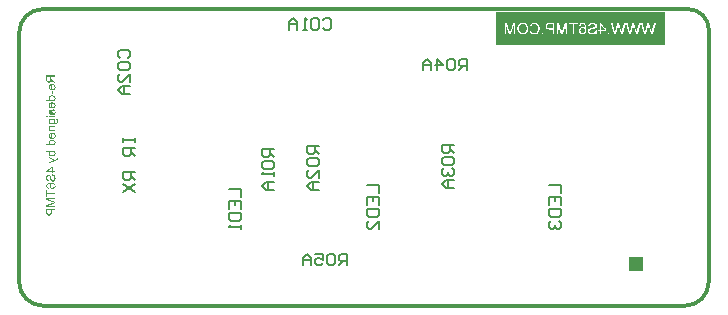
<source format=gbo>
G04*
G04 #@! TF.GenerationSoftware,Altium Limited,Altium Designer,20.0.10 (225)*
G04*
G04 Layer_Color=32896*
%FSLAX25Y25*%
%MOIN*%
G70*
G01*
G75*
%ADD10C,0.00591*%
%ADD14C,0.01181*%
%ADD36R,0.05000X0.05000*%
G36*
X276595Y477460D02*
X275249D01*
Y476944D01*
X275253Y476898D01*
Y476861D01*
X275258Y476828D01*
X275263Y476805D01*
Y476787D01*
X275267Y476778D01*
Y476773D01*
X275290Y476704D01*
X275318Y476649D01*
X275332Y476626D01*
X275341Y476607D01*
X275346Y476598D01*
X275350Y476593D01*
X275373Y476556D01*
X275406Y476524D01*
X275470Y476455D01*
X275502Y476432D01*
X275530Y476409D01*
X275548Y476395D01*
X275553Y476391D01*
X275613Y476344D01*
X275677Y476298D01*
X275747Y476248D01*
X275816Y476202D01*
X275876Y476160D01*
X275922Y476128D01*
X275940Y476119D01*
X275954Y476109D01*
X275963Y476100D01*
X275968D01*
X276595Y475699D01*
Y475197D01*
X275774Y475722D01*
X275687Y475782D01*
X275608Y475842D01*
X275539Y475897D01*
X275479Y475948D01*
X275433Y475989D01*
X275396Y476022D01*
X275378Y476045D01*
X275369Y476054D01*
X275341Y476086D01*
X275313Y476128D01*
X275263Y476206D01*
X275244Y476238D01*
X275230Y476266D01*
X275221Y476285D01*
X275217Y476294D01*
X275203Y476215D01*
X275189Y476142D01*
X275170Y476073D01*
X275147Y476013D01*
X275124Y475953D01*
X275101Y475902D01*
X275078Y475851D01*
X275055Y475810D01*
X275032Y475773D01*
X275014Y475741D01*
X274991Y475713D01*
X274977Y475690D01*
X274958Y475676D01*
X274949Y475662D01*
X274940Y475653D01*
X274898Y475616D01*
X274852Y475584D01*
X274760Y475528D01*
X274673Y475492D01*
X274585Y475469D01*
X274511Y475450D01*
X274479Y475446D01*
X274451D01*
X274428Y475441D01*
X274410D01*
X274400D01*
X274396D01*
X274304Y475446D01*
X274221Y475459D01*
X274142Y475482D01*
X274073Y475505D01*
X274018Y475528D01*
X273976Y475552D01*
X273949Y475565D01*
X273939Y475570D01*
X273866Y475621D01*
X273806Y475676D01*
X273755Y475731D01*
X273718Y475787D01*
X273686Y475833D01*
X273663Y475870D01*
X273654Y475897D01*
X273649Y475902D01*
Y475907D01*
X273635Y475948D01*
X273621Y475994D01*
X273603Y476091D01*
X273585Y476192D01*
X273575Y476289D01*
X273571Y476381D01*
Y476418D01*
X273566Y476455D01*
Y477861D01*
X276595D01*
Y477460D01*
D02*
G37*
G36*
X275618Y474980D02*
X275710Y474971D01*
X275797Y474957D01*
X275876Y474938D01*
X275950Y474920D01*
X276019Y474897D01*
X276079Y474869D01*
X276134Y474842D01*
X276185Y474819D01*
X276231Y474791D01*
X276268Y474768D01*
X276295Y474745D01*
X276318Y474731D01*
X276337Y474717D01*
X276346Y474708D01*
X276350Y474703D01*
X276401Y474648D01*
X276447Y474588D01*
X276489Y474528D01*
X276521Y474464D01*
X276549Y474404D01*
X276572Y474339D01*
X276609Y474219D01*
X276623Y474159D01*
X276632Y474109D01*
X276636Y474062D01*
X276641Y474021D01*
X276646Y473989D01*
Y473943D01*
X276636Y473804D01*
X276618Y473685D01*
X276586Y473574D01*
X276553Y473486D01*
X276535Y473445D01*
X276521Y473413D01*
X276503Y473385D01*
X276489Y473362D01*
X276480Y473339D01*
X276470Y473325D01*
X276461Y473320D01*
Y473316D01*
X276387Y473233D01*
X276300Y473159D01*
X276212Y473104D01*
X276129Y473058D01*
X276051Y473021D01*
X276019Y473007D01*
X275991Y472998D01*
X275968Y472988D01*
X275950Y472984D01*
X275940Y472979D01*
X275936D01*
X275885Y473362D01*
X275968Y473399D01*
X276042Y473436D01*
X276102Y473472D01*
X276148Y473509D01*
X276189Y473542D01*
X276212Y473569D01*
X276231Y473588D01*
X276235Y473592D01*
X276272Y473648D01*
X276295Y473708D01*
X276314Y473768D01*
X276327Y473823D01*
X276337Y473869D01*
X276341Y473906D01*
Y473943D01*
X276332Y474040D01*
X276314Y474127D01*
X276281Y474205D01*
X276244Y474275D01*
X276212Y474325D01*
X276180Y474367D01*
X276162Y474390D01*
X276152Y474399D01*
X276074Y474459D01*
X275982Y474510D01*
X275889Y474542D01*
X275802Y474570D01*
X275719Y474588D01*
X275687Y474593D01*
X275654Y474597D01*
X275631D01*
X275608Y474602D01*
X275599D01*
X275594D01*
Y472970D01*
X275553Y472965D01*
X275521D01*
X275502D01*
X275498D01*
X275396Y472970D01*
X275304Y472979D01*
X275217Y472993D01*
X275138Y473007D01*
X275060Y473030D01*
X274991Y473053D01*
X274931Y473081D01*
X274871Y473104D01*
X274820Y473131D01*
X274779Y473159D01*
X274742Y473182D01*
X274709Y473201D01*
X274686Y473219D01*
X274668Y473233D01*
X274659Y473242D01*
X274654Y473247D01*
X274599Y473302D01*
X274553Y473357D01*
X274511Y473417D01*
X274479Y473477D01*
X274447Y473537D01*
X274424Y473597D01*
X274387Y473708D01*
X274373Y473763D01*
X274364Y473809D01*
X274359Y473855D01*
X274354Y473892D01*
X274350Y473924D01*
Y473966D01*
X274354Y474049D01*
X274364Y474127D01*
X274377Y474201D01*
X274396Y474270D01*
X274424Y474339D01*
X274447Y474399D01*
X274474Y474454D01*
X274502Y474505D01*
X274534Y474551D01*
X274562Y474588D01*
X274585Y474625D01*
X274608Y474653D01*
X274631Y474676D01*
X274645Y474689D01*
X274654Y474699D01*
X274659Y474703D01*
X274719Y474754D01*
X274783Y474795D01*
X274852Y474832D01*
X274921Y474865D01*
X274995Y474892D01*
X275064Y474915D01*
X275203Y474948D01*
X275267Y474962D01*
X275327Y474971D01*
X275382Y474975D01*
X275429Y474980D01*
X275465Y474985D01*
X275498D01*
X275516D01*
X275521D01*
X275618Y474980D01*
D02*
G37*
G36*
X275687Y471518D02*
X275313D01*
Y472656D01*
X275687D01*
Y471518D01*
D02*
G37*
G36*
X275627Y471237D02*
X275737Y471223D01*
X275839Y471204D01*
X275926Y471181D01*
X276000Y471158D01*
X276032Y471149D01*
X276056Y471140D01*
X276074Y471131D01*
X276088Y471126D01*
X276097Y471121D01*
X276102D01*
X276194Y471071D01*
X276272Y471020D01*
X276341Y470960D01*
X276397Y470909D01*
X276443Y470859D01*
X276475Y470822D01*
X276498Y470794D01*
X276503Y470789D01*
Y470785D01*
X276549Y470702D01*
X276586Y470614D01*
X276609Y470536D01*
X276627Y470458D01*
X276636Y470398D01*
X276641Y470347D01*
X276646Y470328D01*
Y470301D01*
X276641Y470227D01*
X276632Y470158D01*
X276618Y470093D01*
X276595Y470033D01*
X276572Y469983D01*
X276544Y469932D01*
X276512Y469886D01*
X276484Y469844D01*
X276452Y469807D01*
X276424Y469775D01*
X276397Y469748D01*
X276374Y469729D01*
X276350Y469711D01*
X276337Y469697D01*
X276327Y469692D01*
X276323Y469688D01*
X276595D01*
Y469342D01*
X273566D01*
Y469715D01*
X274654D01*
X274608Y469752D01*
X274562Y469794D01*
X274525Y469840D01*
X274497Y469877D01*
X274470Y469913D01*
X274451Y469941D01*
X274442Y469960D01*
X274437Y469969D01*
X274410Y470029D01*
X274387Y470089D01*
X274373Y470149D01*
X274359Y470199D01*
X274354Y470250D01*
X274350Y470287D01*
Y470319D01*
X274354Y470416D01*
X274373Y470508D01*
X274396Y470591D01*
X274419Y470665D01*
X274447Y470725D01*
X274470Y470771D01*
X274488Y470799D01*
X274493Y470803D01*
Y470808D01*
X274553Y470886D01*
X274617Y470951D01*
X274686Y471006D01*
X274756Y471052D01*
X274815Y471089D01*
X274862Y471112D01*
X274880Y471121D01*
X274894Y471131D01*
X274903Y471135D01*
X274908D01*
X275009Y471172D01*
X275115Y471195D01*
X275212Y471214D01*
X275304Y471227D01*
X275382Y471237D01*
X275419D01*
X275447Y471241D01*
X275470D01*
X275488D01*
X275498D01*
X275502D01*
X275627Y471237D01*
D02*
G37*
G36*
X275618Y468872D02*
X275710Y468862D01*
X275797Y468849D01*
X275876Y468830D01*
X275950Y468812D01*
X276019Y468789D01*
X276079Y468761D01*
X276134Y468733D01*
X276185Y468710D01*
X276231Y468683D01*
X276268Y468660D01*
X276295Y468637D01*
X276318Y468623D01*
X276337Y468609D01*
X276346Y468600D01*
X276350Y468595D01*
X276401Y468540D01*
X276447Y468480D01*
X276489Y468420D01*
X276521Y468355D01*
X276549Y468295D01*
X276572Y468231D01*
X276609Y468111D01*
X276623Y468051D01*
X276632Y468000D01*
X276636Y467954D01*
X276641Y467913D01*
X276646Y467880D01*
Y467834D01*
X276636Y467696D01*
X276618Y467576D01*
X276586Y467466D01*
X276553Y467378D01*
X276535Y467337D01*
X276521Y467304D01*
X276503Y467277D01*
X276489Y467254D01*
X276480Y467231D01*
X276470Y467217D01*
X276461Y467212D01*
Y467207D01*
X276387Y467125D01*
X276300Y467051D01*
X276212Y466995D01*
X276129Y466949D01*
X276051Y466912D01*
X276019Y466899D01*
X275991Y466889D01*
X275968Y466880D01*
X275950Y466876D01*
X275940Y466871D01*
X275936D01*
X275885Y467254D01*
X275968Y467290D01*
X276042Y467327D01*
X276102Y467364D01*
X276148Y467401D01*
X276189Y467433D01*
X276212Y467461D01*
X276231Y467479D01*
X276235Y467484D01*
X276272Y467539D01*
X276295Y467599D01*
X276314Y467659D01*
X276327Y467715D01*
X276337Y467761D01*
X276341Y467798D01*
Y467834D01*
X276332Y467931D01*
X276314Y468019D01*
X276281Y468097D01*
X276244Y468166D01*
X276212Y468217D01*
X276180Y468258D01*
X276162Y468282D01*
X276152Y468291D01*
X276074Y468351D01*
X275982Y468401D01*
X275889Y468434D01*
X275802Y468461D01*
X275719Y468480D01*
X275687Y468484D01*
X275654Y468489D01*
X275631D01*
X275608Y468494D01*
X275599D01*
X275594D01*
Y466862D01*
X275553Y466857D01*
X275521D01*
X275502D01*
X275498D01*
X275396Y466862D01*
X275304Y466871D01*
X275217Y466885D01*
X275138Y466899D01*
X275060Y466922D01*
X274991Y466945D01*
X274931Y466972D01*
X274871Y466995D01*
X274820Y467023D01*
X274779Y467051D01*
X274742Y467074D01*
X274709Y467092D01*
X274686Y467111D01*
X274668Y467125D01*
X274659Y467134D01*
X274654Y467138D01*
X274599Y467194D01*
X274553Y467249D01*
X274511Y467309D01*
X274479Y467369D01*
X274447Y467429D01*
X274424Y467489D01*
X274387Y467599D01*
X274373Y467655D01*
X274364Y467701D01*
X274359Y467747D01*
X274354Y467784D01*
X274350Y467816D01*
Y467858D01*
X274354Y467940D01*
X274364Y468019D01*
X274377Y468093D01*
X274396Y468162D01*
X274424Y468231D01*
X274447Y468291D01*
X274474Y468346D01*
X274502Y468397D01*
X274534Y468443D01*
X274562Y468480D01*
X274585Y468517D01*
X274608Y468544D01*
X274631Y468567D01*
X274645Y468581D01*
X274654Y468590D01*
X274659Y468595D01*
X274719Y468646D01*
X274783Y468687D01*
X274852Y468724D01*
X274921Y468756D01*
X274995Y468784D01*
X275064Y468807D01*
X275203Y468839D01*
X275267Y468853D01*
X275327Y468862D01*
X275382Y468867D01*
X275429Y468872D01*
X275465Y468876D01*
X275498D01*
X275516D01*
X275521D01*
X275618Y468872D01*
D02*
G37*
G36*
X276065Y466525D02*
X276171Y466484D01*
X276263Y466438D01*
X276337Y466392D01*
X276397Y466345D01*
X276438Y466308D01*
X276461Y466281D01*
X276470Y466276D01*
Y466272D01*
X276503Y466225D01*
X276530Y466179D01*
X276572Y466073D01*
X276604Y465967D01*
X276623Y465861D01*
X276636Y465765D01*
X276641Y465723D01*
Y465686D01*
X276646Y465659D01*
Y465617D01*
X276641Y465525D01*
X276632Y465437D01*
X276618Y465359D01*
X276600Y465290D01*
X276586Y465234D01*
X276572Y465193D01*
X276563Y465165D01*
X276558Y465156D01*
X276521Y465082D01*
X276480Y465018D01*
X276438Y464962D01*
X276397Y464921D01*
X276360Y464884D01*
X276332Y464856D01*
X276314Y464843D01*
X276304Y464838D01*
X276240Y464801D01*
X276180Y464773D01*
X276120Y464755D01*
X276065Y464741D01*
X276023Y464732D01*
X275986Y464727D01*
X275963D01*
X275954D01*
X275885Y464732D01*
X275825Y464741D01*
X275770Y464755D01*
X275724Y464773D01*
X275687Y464792D01*
X275659Y464806D01*
X275641Y464815D01*
X275636Y464819D01*
X275590Y464856D01*
X275553Y464893D01*
X275516Y464935D01*
X275488Y464976D01*
X275470Y465008D01*
X275456Y465036D01*
X275447Y465055D01*
X275442Y465064D01*
X275429Y465096D01*
X275415Y465133D01*
X275387Y465216D01*
X275355Y465308D01*
X275327Y465400D01*
X275304Y465483D01*
X275295Y465520D01*
X275286Y465553D01*
X275276Y465580D01*
X275272Y465599D01*
X275267Y465612D01*
Y465617D01*
X275253Y465668D01*
X275239Y465709D01*
X275221Y465783D01*
X275203Y465843D01*
X275189Y465884D01*
X275180Y465917D01*
X275175Y465935D01*
X275170Y465944D01*
Y465949D01*
X275157Y465981D01*
X275138Y466013D01*
X275124Y466037D01*
X275106Y466055D01*
X275083Y466083D01*
X275078Y466087D01*
X275074Y466092D01*
X275027Y466115D01*
X274986Y466129D01*
X274968D01*
X274954Y466133D01*
X274944D01*
X274940D01*
X274898Y466129D01*
X274862Y466115D01*
X274825Y466101D01*
X274797Y466078D01*
X274774Y466060D01*
X274756Y466046D01*
X274746Y466032D01*
X274742Y466027D01*
X274714Y465981D01*
X274691Y465921D01*
X274677Y465861D01*
X274663Y465801D01*
X274659Y465746D01*
X274654Y465700D01*
Y465659D01*
X274659Y465580D01*
X274668Y465516D01*
X274686Y465456D01*
X274700Y465410D01*
X274719Y465373D01*
X274737Y465345D01*
X274746Y465327D01*
X274751Y465322D01*
X274788Y465280D01*
X274834Y465248D01*
X274875Y465221D01*
X274917Y465202D01*
X274954Y465188D01*
X274986Y465179D01*
X275004Y465174D01*
X275014D01*
X274963Y464810D01*
X274889Y464829D01*
X274825Y464847D01*
X274765Y464870D01*
X274719Y464889D01*
X274682Y464912D01*
X274654Y464930D01*
X274636Y464939D01*
X274631Y464944D01*
X274585Y464981D01*
X274543Y465027D01*
X274511Y465078D01*
X274479Y465124D01*
X274460Y465165D01*
X274442Y465202D01*
X274433Y465225D01*
X274428Y465230D01*
Y465234D01*
X274400Y465308D01*
X274382Y465386D01*
X274368Y465460D01*
X274359Y465534D01*
X274354Y465594D01*
X274350Y465645D01*
Y465751D01*
X274359Y465811D01*
X274364Y465861D01*
X274373Y465912D01*
X274382Y465953D01*
X274387Y465981D01*
X274396Y466000D01*
Y466009D01*
X274414Y466060D01*
X274433Y466106D01*
X274451Y466147D01*
X274470Y466179D01*
X274483Y466207D01*
X274497Y466225D01*
X274502Y466239D01*
X274506Y466244D01*
X274539Y466286D01*
X274576Y466322D01*
X274608Y466355D01*
X274640Y466378D01*
X274668Y466401D01*
X274691Y466414D01*
X274709Y466424D01*
X274714Y466428D01*
X274760Y466451D01*
X274811Y466465D01*
X274857Y466479D01*
X274898Y466484D01*
X274931Y466488D01*
X274963Y466493D01*
X274981D01*
X274986D01*
X275046Y466488D01*
X275101Y466479D01*
X275152Y466470D01*
X275193Y466451D01*
X275230Y466438D01*
X275258Y466428D01*
X275276Y466419D01*
X275281Y466414D01*
X275327Y466382D01*
X275369Y466341D01*
X275406Y466304D01*
X275433Y466262D01*
X275456Y466230D01*
X275475Y466202D01*
X275484Y466179D01*
X275488Y466175D01*
X275502Y466143D01*
X275516Y466106D01*
X275548Y466018D01*
X275576Y465921D01*
X275604Y465829D01*
X275631Y465741D01*
X275641Y465705D01*
X275650Y465668D01*
X275659Y465640D01*
X275664Y465622D01*
X275668Y465608D01*
Y465603D01*
X275682Y465548D01*
X275696Y465497D01*
X275705Y465456D01*
X275719Y465414D01*
X275742Y465350D01*
X275756Y465299D01*
X275774Y465262D01*
X275783Y465239D01*
X275788Y465225D01*
X275793Y465221D01*
X275820Y465184D01*
X275853Y465156D01*
X275889Y465138D01*
X275917Y465124D01*
X275950Y465114D01*
X275968Y465110D01*
X275986D01*
X275991D01*
X276042Y465114D01*
X276088Y465128D01*
X276134Y465151D01*
X276171Y465170D01*
X276198Y465193D01*
X276221Y465216D01*
X276235Y465230D01*
X276240Y465234D01*
X276272Y465285D01*
X276300Y465345D01*
X276318Y465410D01*
X276327Y465474D01*
X276337Y465529D01*
X276341Y465576D01*
Y465617D01*
X276337Y465705D01*
X276323Y465788D01*
X276304Y465852D01*
X276281Y465912D01*
X276263Y465953D01*
X276244Y465986D01*
X276231Y466009D01*
X276226Y466013D01*
X276175Y466060D01*
X276120Y466101D01*
X276065Y466129D01*
X276009Y466152D01*
X275959Y466166D01*
X275917Y466179D01*
X275889Y466184D01*
X275885D01*
X275880D01*
X275940Y466553D01*
X276065Y466525D01*
D02*
G37*
G36*
X276595Y463911D02*
X274400D01*
Y464285D01*
X276595D01*
Y463911D01*
D02*
G37*
G36*
X273990D02*
X273566D01*
Y464285D01*
X273990D01*
Y463911D01*
D02*
G37*
G36*
X275571Y463487D02*
X275654Y463483D01*
X275802Y463455D01*
X275871Y463432D01*
X275936Y463413D01*
X275996Y463390D01*
X276051Y463367D01*
X276102Y463344D01*
X276143Y463321D01*
X276180Y463298D01*
X276212Y463280D01*
X276240Y463266D01*
X276258Y463252D01*
X276268Y463247D01*
X276272Y463243D01*
X276327Y463192D01*
X276378Y463141D01*
X276420Y463086D01*
X276457Y463026D01*
X276489Y462971D01*
X276517Y462911D01*
X276540Y462856D01*
X276553Y462800D01*
X276567Y462745D01*
X276576Y462699D01*
X276586Y462653D01*
X276590Y462616D01*
X276595Y462584D01*
Y462542D01*
X276590Y462478D01*
X276581Y462413D01*
X276567Y462353D01*
X276549Y462298D01*
X276503Y462192D01*
X276452Y462104D01*
X276401Y462035D01*
X276374Y462007D01*
X276355Y461980D01*
X276337Y461961D01*
X276323Y461947D01*
X276314Y461943D01*
X276309Y461938D01*
X276374D01*
X276433D01*
X276484D01*
X276535D01*
X276576Y461943D01*
X276618D01*
X276682Y461952D01*
X276729Y461957D01*
X276761Y461961D01*
X276779Y461966D01*
X276784D01*
X276848Y461989D01*
X276908Y462017D01*
X276954Y462044D01*
X276996Y462077D01*
X277028Y462109D01*
X277051Y462132D01*
X277065Y462150D01*
X277070Y462155D01*
X277107Y462210D01*
X277130Y462275D01*
X277148Y462339D01*
X277162Y462404D01*
X277171Y462464D01*
X277176Y462510D01*
Y462551D01*
X277171Y462634D01*
X277157Y462713D01*
X277144Y462777D01*
X277120Y462828D01*
X277102Y462874D01*
X277088Y462902D01*
X277074Y462925D01*
X277070Y462929D01*
X277037Y462966D01*
X277001Y462994D01*
X276959Y463017D01*
X276918Y463035D01*
X276881Y463045D01*
X276853Y463054D01*
X276835Y463059D01*
X276825D01*
X276775Y463418D01*
X276839D01*
X276899Y463409D01*
X277005Y463386D01*
X277097Y463349D01*
X277171Y463307D01*
X277231Y463261D01*
X277273Y463224D01*
X277296Y463197D01*
X277305Y463192D01*
Y463188D01*
X277365Y463091D01*
X277411Y462985D01*
X277438Y462879D01*
X277462Y462777D01*
X277475Y462690D01*
X277480Y462648D01*
Y462616D01*
X277485Y462588D01*
Y462551D01*
X277480Y462431D01*
X277466Y462325D01*
X277443Y462229D01*
X277420Y462146D01*
X277402Y462081D01*
X277379Y462035D01*
X277369Y462017D01*
X277365Y462003D01*
X277360Y461998D01*
Y461994D01*
X277309Y461915D01*
X277254Y461846D01*
X277199Y461791D01*
X277144Y461745D01*
X277093Y461712D01*
X277056Y461685D01*
X277028Y461671D01*
X277024Y461666D01*
X277019D01*
X276977Y461648D01*
X276927Y461629D01*
X276816Y461606D01*
X276696Y461588D01*
X276581Y461574D01*
X276526Y461569D01*
X276470Y461565D01*
X276424D01*
X276383Y461560D01*
X276346D01*
X276323D01*
X276304D01*
X276300D01*
X274400D01*
Y461901D01*
X274668D01*
X274613Y461947D01*
X274562Y461998D01*
X274520Y462053D01*
X274483Y462104D01*
X274451Y462159D01*
X274428Y462215D01*
X274405Y462265D01*
X274391Y462316D01*
X274368Y462404D01*
X274359Y462445D01*
X274354Y462478D01*
X274350Y462505D01*
Y462542D01*
X274354Y462648D01*
X274373Y462745D01*
X274396Y462828D01*
X274424Y462906D01*
X274451Y462966D01*
X274474Y463012D01*
X274483Y463026D01*
X274493Y463040D01*
X274497Y463045D01*
Y463049D01*
X274557Y463128D01*
X274622Y463192D01*
X274691Y463247D01*
X274756Y463298D01*
X274815Y463335D01*
X274862Y463358D01*
X274880Y463367D01*
X274894Y463377D01*
X274903Y463381D01*
X274908D01*
X275009Y463418D01*
X275110Y463446D01*
X275207Y463464D01*
X275300Y463478D01*
X275373Y463487D01*
X275406D01*
X275433Y463492D01*
X275456D01*
X275475D01*
X275484D01*
X275488D01*
X275571Y463487D01*
D02*
G37*
G36*
X276595Y460624D02*
X275396D01*
X275323D01*
X275253Y460615D01*
X275189Y460610D01*
X275129Y460597D01*
X275078Y460583D01*
X275032Y460569D01*
X274991Y460555D01*
X274954Y460537D01*
X274921Y460523D01*
X274894Y460509D01*
X274857Y460482D01*
X274834Y460463D01*
X274825Y460454D01*
X274774Y460389D01*
X274737Y460316D01*
X274709Y460251D01*
X274691Y460186D01*
X274682Y460126D01*
X274673Y460085D01*
Y460043D01*
X274677Y459988D01*
X274682Y459942D01*
X274696Y459896D01*
X274705Y459859D01*
X274719Y459827D01*
X274732Y459804D01*
X274737Y459790D01*
X274742Y459785D01*
X274769Y459749D01*
X274802Y459716D01*
X274829Y459689D01*
X274862Y459665D01*
X274885Y459652D01*
X274908Y459643D01*
X274921Y459633D01*
X274926D01*
X274972Y459619D01*
X275023Y459606D01*
X275083Y459596D01*
X275133Y459592D01*
X275184Y459587D01*
X275226D01*
X275253D01*
X275258D01*
X275263D01*
X276595D01*
Y459214D01*
X275249D01*
X275157D01*
X275083Y459218D01*
X275018Y459223D01*
X274968D01*
X274931Y459228D01*
X274903Y459232D01*
X274889Y459237D01*
X274885D01*
X274829Y459251D01*
X274774Y459269D01*
X274728Y459288D01*
X274691Y459306D01*
X274659Y459324D01*
X274631Y459338D01*
X274617Y459347D01*
X274613Y459352D01*
X274571Y459384D01*
X274534Y459426D01*
X274502Y459467D01*
X274474Y459509D01*
X274451Y459546D01*
X274437Y459573D01*
X274428Y459592D01*
X274424Y459601D01*
X274400Y459665D01*
X274382Y459725D01*
X274368Y459790D01*
X274359Y459845D01*
X274354Y459891D01*
X274350Y459933D01*
Y459965D01*
X274354Y460048D01*
X274364Y460126D01*
X274382Y460200D01*
X274405Y460265D01*
X274433Y460329D01*
X274465Y460385D01*
X274497Y460435D01*
X274530Y460486D01*
X274567Y460528D01*
X274599Y460560D01*
X274631Y460592D01*
X274659Y460615D01*
X274682Y460638D01*
X274700Y460652D01*
X274709Y460657D01*
X274714Y460661D01*
X274400D01*
Y460998D01*
X276595D01*
Y460624D01*
D02*
G37*
G36*
X275618Y458762D02*
X275710Y458753D01*
X275797Y458739D01*
X275876Y458720D01*
X275950Y458702D01*
X276019Y458679D01*
X276079Y458651D01*
X276134Y458624D01*
X276185Y458601D01*
X276231Y458573D01*
X276268Y458550D01*
X276295Y458527D01*
X276318Y458513D01*
X276337Y458499D01*
X276346Y458490D01*
X276350Y458485D01*
X276401Y458430D01*
X276447Y458370D01*
X276489Y458310D01*
X276521Y458246D01*
X276549Y458186D01*
X276572Y458121D01*
X276609Y458001D01*
X276623Y457941D01*
X276632Y457891D01*
X276636Y457844D01*
X276641Y457803D01*
X276646Y457771D01*
Y457725D01*
X276636Y457586D01*
X276618Y457467D01*
X276586Y457356D01*
X276553Y457268D01*
X276535Y457227D01*
X276521Y457195D01*
X276503Y457167D01*
X276489Y457144D01*
X276480Y457121D01*
X276470Y457107D01*
X276461Y457102D01*
Y457098D01*
X276387Y457015D01*
X276300Y456941D01*
X276212Y456886D01*
X276129Y456840D01*
X276051Y456803D01*
X276019Y456789D01*
X275991Y456780D01*
X275968Y456770D01*
X275950Y456766D01*
X275940Y456761D01*
X275936D01*
X275885Y457144D01*
X275968Y457181D01*
X276042Y457218D01*
X276102Y457255D01*
X276148Y457291D01*
X276189Y457324D01*
X276212Y457351D01*
X276231Y457370D01*
X276235Y457374D01*
X276272Y457430D01*
X276295Y457490D01*
X276314Y457549D01*
X276327Y457605D01*
X276337Y457651D01*
X276341Y457688D01*
Y457725D01*
X276332Y457822D01*
X276314Y457909D01*
X276281Y457987D01*
X276244Y458057D01*
X276212Y458107D01*
X276180Y458149D01*
X276162Y458172D01*
X276152Y458181D01*
X276074Y458241D01*
X275982Y458292D01*
X275889Y458324D01*
X275802Y458352D01*
X275719Y458370D01*
X275687Y458375D01*
X275654Y458379D01*
X275631D01*
X275608Y458384D01*
X275599D01*
X275594D01*
Y456752D01*
X275553Y456747D01*
X275521D01*
X275502D01*
X275498D01*
X275396Y456752D01*
X275304Y456761D01*
X275217Y456775D01*
X275138Y456789D01*
X275060Y456812D01*
X274991Y456835D01*
X274931Y456863D01*
X274871Y456886D01*
X274820Y456913D01*
X274779Y456941D01*
X274742Y456964D01*
X274709Y456983D01*
X274686Y457001D01*
X274668Y457015D01*
X274659Y457024D01*
X274654Y457029D01*
X274599Y457084D01*
X274553Y457139D01*
X274511Y457199D01*
X274479Y457259D01*
X274447Y457319D01*
X274424Y457379D01*
X274387Y457490D01*
X274373Y457545D01*
X274364Y457591D01*
X274359Y457637D01*
X274354Y457674D01*
X274350Y457706D01*
Y457748D01*
X274354Y457831D01*
X274364Y457909D01*
X274377Y457983D01*
X274396Y458052D01*
X274424Y458121D01*
X274447Y458181D01*
X274474Y458236D01*
X274502Y458287D01*
X274534Y458333D01*
X274562Y458370D01*
X274585Y458407D01*
X274608Y458435D01*
X274631Y458458D01*
X274645Y458471D01*
X274654Y458481D01*
X274659Y458485D01*
X274719Y458536D01*
X274783Y458577D01*
X274852Y458614D01*
X274921Y458647D01*
X274995Y458674D01*
X275064Y458697D01*
X275203Y458730D01*
X275267Y458743D01*
X275327Y458753D01*
X275382Y458757D01*
X275429Y458762D01*
X275465Y458767D01*
X275498D01*
X275516D01*
X275521D01*
X275618Y458762D01*
D02*
G37*
G36*
X275627Y456425D02*
X275737Y456411D01*
X275839Y456392D01*
X275926Y456369D01*
X276000Y456346D01*
X276032Y456337D01*
X276056Y456328D01*
X276074Y456319D01*
X276088Y456314D01*
X276097Y456309D01*
X276102D01*
X276194Y456259D01*
X276272Y456208D01*
X276341Y456148D01*
X276397Y456097D01*
X276443Y456047D01*
X276475Y456010D01*
X276498Y455982D01*
X276503Y455977D01*
Y455973D01*
X276549Y455890D01*
X276586Y455802D01*
X276609Y455724D01*
X276627Y455646D01*
X276636Y455586D01*
X276641Y455535D01*
X276646Y455516D01*
Y455489D01*
X276641Y455415D01*
X276632Y455346D01*
X276618Y455281D01*
X276595Y455222D01*
X276572Y455171D01*
X276544Y455120D01*
X276512Y455074D01*
X276484Y455032D01*
X276452Y454996D01*
X276424Y454963D01*
X276397Y454936D01*
X276374Y454917D01*
X276350Y454899D01*
X276337Y454885D01*
X276327Y454880D01*
X276323Y454876D01*
X276595D01*
Y454530D01*
X273566D01*
Y454903D01*
X274654D01*
X274608Y454940D01*
X274562Y454982D01*
X274525Y455028D01*
X274497Y455065D01*
X274470Y455102D01*
X274451Y455129D01*
X274442Y455148D01*
X274437Y455157D01*
X274410Y455217D01*
X274387Y455277D01*
X274373Y455337D01*
X274359Y455387D01*
X274354Y455438D01*
X274350Y455475D01*
Y455507D01*
X274354Y455604D01*
X274373Y455696D01*
X274396Y455779D01*
X274419Y455853D01*
X274447Y455913D01*
X274470Y455959D01*
X274488Y455987D01*
X274493Y455991D01*
Y455996D01*
X274553Y456074D01*
X274617Y456139D01*
X274686Y456194D01*
X274756Y456240D01*
X274815Y456277D01*
X274862Y456300D01*
X274880Y456309D01*
X274894Y456319D01*
X274903Y456323D01*
X274908D01*
X275009Y456360D01*
X275115Y456383D01*
X275212Y456402D01*
X275304Y456415D01*
X275382Y456425D01*
X275419D01*
X275447Y456429D01*
X275470D01*
X275488D01*
X275498D01*
X275502D01*
X275627Y456425D01*
D02*
G37*
G36*
X276595Y452428D02*
X276323D01*
X276378Y452386D01*
X276429Y452340D01*
X276470Y452289D01*
X276507Y452243D01*
X276540Y452193D01*
X276567Y452142D01*
X276590Y452091D01*
X276604Y452045D01*
X276627Y451958D01*
X276636Y451921D01*
X276641Y451888D01*
X276646Y451861D01*
Y451824D01*
X276641Y451750D01*
X276632Y451681D01*
X276618Y451616D01*
X276600Y451552D01*
X276549Y451441D01*
X276493Y451344D01*
X276466Y451298D01*
X276438Y451262D01*
X276411Y451229D01*
X276387Y451206D01*
X276369Y451183D01*
X276355Y451169D01*
X276346Y451160D01*
X276341Y451155D01*
X276281Y451105D01*
X276217Y451063D01*
X276148Y451026D01*
X276074Y450994D01*
X276000Y450966D01*
X275926Y450943D01*
X275788Y450911D01*
X275724Y450897D01*
X275659Y450888D01*
X275608Y450883D01*
X275558Y450879D01*
X275521Y450874D01*
X275488D01*
X275470D01*
X275465D01*
X275378Y450879D01*
X275295Y450883D01*
X275221Y450897D01*
X275157Y450907D01*
X275101Y450920D01*
X275060Y450934D01*
X275032Y450939D01*
X275023Y450943D01*
X274944Y450971D01*
X274875Y450999D01*
X274815Y451031D01*
X274765Y451059D01*
X274723Y451086D01*
X274691Y451109D01*
X274668Y451123D01*
X274663Y451128D01*
X274613Y451174D01*
X274567Y451225D01*
X274525Y451271D01*
X274493Y451317D01*
X274465Y451358D01*
X274447Y451391D01*
X274437Y451414D01*
X274433Y451423D01*
X274405Y451492D01*
X274387Y451556D01*
X274368Y451621D01*
X274359Y451681D01*
X274354Y451732D01*
X274350Y451769D01*
Y451805D01*
X274354Y451870D01*
X274364Y451934D01*
X274377Y451995D01*
X274396Y452050D01*
X274442Y452156D01*
X274497Y452239D01*
X274553Y452308D01*
X274576Y452336D01*
X274599Y452359D01*
X274617Y452377D01*
X274631Y452391D01*
X274640Y452395D01*
X274645Y452400D01*
X273566D01*
Y452774D01*
X276595D01*
Y452428D01*
D02*
G37*
G36*
X276600Y449791D02*
X276641Y449805D01*
X276669Y449819D01*
X276687Y449823D01*
X276692Y449828D01*
X276765Y449855D01*
X276830Y449879D01*
X276876Y449897D01*
X276913Y449911D01*
X276941Y449925D01*
X276954Y449934D01*
X276964Y449938D01*
X276968D01*
X277019Y449980D01*
X277056Y450021D01*
X277070Y450035D01*
X277079Y450049D01*
X277088Y450058D01*
Y450063D01*
X277102Y450091D01*
X277111Y450123D01*
X277125Y450187D01*
Y450220D01*
X277130Y450238D01*
Y450261D01*
X277125Y450335D01*
X277111Y450399D01*
X277102Y450432D01*
X277097Y450455D01*
X277093Y450468D01*
Y450473D01*
X277438Y450432D01*
X277466Y450340D01*
X277475Y450298D01*
X277480Y450261D01*
Y450233D01*
X277485Y450210D01*
Y450192D01*
X277480Y450127D01*
X277471Y450072D01*
X277457Y450017D01*
X277438Y449975D01*
X277425Y449938D01*
X277411Y449911D01*
X277402Y449892D01*
X277397Y449888D01*
X277360Y449842D01*
X277319Y449795D01*
X277273Y449759D01*
X277231Y449722D01*
X277190Y449694D01*
X277157Y449676D01*
X277139Y449662D01*
X277130Y449657D01*
X277102Y449643D01*
X277070Y449625D01*
X276991Y449593D01*
X276913Y449560D01*
X276830Y449523D01*
X276752Y449496D01*
X276719Y449482D01*
X276692Y449473D01*
X276664Y449464D01*
X276646Y449454D01*
X276636Y449450D01*
X276632D01*
X274400Y448620D01*
Y448989D01*
X275682Y449459D01*
X275774Y449491D01*
X275862Y449519D01*
X275945Y449547D01*
X276019Y449570D01*
X276079Y449588D01*
X276129Y449597D01*
X276148Y449607D01*
X276162D01*
X276166Y449611D01*
X276171D01*
X276074Y449639D01*
X275982Y449666D01*
X275894Y449694D01*
X275820Y449717D01*
X275756Y449740D01*
X275705Y449759D01*
X275687Y449763D01*
X275673Y449768D01*
X275668Y449772D01*
X275664D01*
X274400Y450229D01*
Y450625D01*
X276600Y449791D01*
D02*
G37*
G36*
X275871Y446038D02*
X276595D01*
Y445665D01*
X275871D01*
Y445255D01*
X275530D01*
Y445665D01*
X273571D01*
Y445969D01*
X275530Y447352D01*
X275871D01*
Y446038D01*
D02*
G37*
G36*
X275733Y444849D02*
X275834Y444831D01*
X275931Y444803D01*
X276009Y444775D01*
X276079Y444747D01*
X276106Y444734D01*
X276129Y444720D01*
X276148Y444711D01*
X276162Y444701D01*
X276166Y444697D01*
X276171D01*
X276254Y444632D01*
X276327Y444558D01*
X276387Y444489D01*
X276438Y444416D01*
X276480Y444356D01*
X276507Y444305D01*
X276517Y444286D01*
X276526Y444273D01*
X276530Y444264D01*
Y444259D01*
X276567Y444148D01*
X276595Y444033D01*
X276618Y443918D01*
X276632Y443812D01*
X276636Y443761D01*
X276641Y443715D01*
Y443673D01*
X276646Y443641D01*
Y443572D01*
X276641Y443452D01*
X276627Y443346D01*
X276609Y443245D01*
X276586Y443162D01*
X276567Y443088D01*
X276558Y443060D01*
X276549Y443037D01*
X276540Y443019D01*
X276535Y443005D01*
X276530Y442996D01*
Y442991D01*
X276480Y442899D01*
X276429Y442816D01*
X276374Y442747D01*
X276318Y442692D01*
X276272Y442645D01*
X276235Y442618D01*
X276208Y442595D01*
X276198Y442590D01*
X276120Y442544D01*
X276037Y442512D01*
X275959Y442484D01*
X275889Y442470D01*
X275830Y442461D01*
X275783Y442452D01*
X275765D01*
X275751D01*
X275747D01*
X275742D01*
X275654Y442456D01*
X275571Y442470D01*
X275498Y442493D01*
X275438Y442516D01*
X275382Y442539D01*
X275346Y442562D01*
X275323Y442576D01*
X275313Y442581D01*
X275249Y442631D01*
X275189Y442692D01*
X275133Y442756D01*
X275087Y442821D01*
X275055Y442880D01*
X275027Y442927D01*
X275018Y442945D01*
X275009Y442954D01*
X275004Y442964D01*
Y442968D01*
X274991Y443005D01*
X274972Y443051D01*
X274954Y443097D01*
X274940Y443153D01*
X274908Y443263D01*
X274875Y443374D01*
X274852Y443475D01*
X274838Y443521D01*
X274829Y443563D01*
X274820Y443595D01*
X274815Y443618D01*
X274811Y443637D01*
Y443641D01*
X274788Y443729D01*
X274769Y443807D01*
X274751Y443876D01*
X274728Y443941D01*
X274709Y443996D01*
X274696Y444042D01*
X274677Y444084D01*
X274659Y444121D01*
X274645Y444153D01*
X274636Y444180D01*
X274622Y444199D01*
X274613Y444213D01*
X274599Y444236D01*
X274594Y444240D01*
X274553Y444277D01*
X274511Y444305D01*
X274465Y444328D01*
X274424Y444342D01*
X274387Y444351D01*
X274354Y444356D01*
X274336D01*
X274327D01*
X274258Y444347D01*
X274198Y444328D01*
X274142Y444305D01*
X274096Y444273D01*
X274055Y444245D01*
X274027Y444217D01*
X274009Y444199D01*
X274004Y444194D01*
X273981Y444162D01*
X273958Y444125D01*
X273926Y444042D01*
X273903Y443955D01*
X273889Y443867D01*
X273875Y443789D01*
Y443752D01*
X273870Y443724D01*
Y443664D01*
X273875Y443540D01*
X273893Y443434D01*
X273917Y443341D01*
X273944Y443268D01*
X273972Y443212D01*
X273995Y443171D01*
X274013Y443148D01*
X274018Y443139D01*
X274078Y443079D01*
X274147Y443028D01*
X274216Y442991D01*
X274285Y442964D01*
X274350Y442945D01*
X274400Y442936D01*
X274419Y442931D01*
X274433Y442927D01*
X274442D01*
X274447D01*
X274419Y442544D01*
X274322Y442553D01*
X274235Y442572D01*
X274152Y442599D01*
X274082Y442627D01*
X274027Y442650D01*
X273981Y442673D01*
X273953Y442692D01*
X273944Y442696D01*
X273870Y442751D01*
X273806Y442816D01*
X273750Y442880D01*
X273704Y442945D01*
X273672Y443005D01*
X273644Y443051D01*
X273635Y443070D01*
X273631Y443083D01*
X273626Y443088D01*
Y443093D01*
X273589Y443189D01*
X273562Y443291D01*
X273543Y443392D01*
X273529Y443484D01*
X273520Y443563D01*
Y443595D01*
X273515Y443627D01*
Y443683D01*
X273520Y443793D01*
X273534Y443899D01*
X273548Y443992D01*
X273566Y444074D01*
X273589Y444139D01*
X273598Y444167D01*
X273603Y444190D01*
X273612Y444213D01*
X273617Y444227D01*
X273621Y444231D01*
Y444236D01*
X273663Y444323D01*
X273714Y444402D01*
X273764Y444466D01*
X273810Y444517D01*
X273856Y444558D01*
X273893Y444591D01*
X273917Y444609D01*
X273921Y444614D01*
X273926D01*
X273999Y444655D01*
X274078Y444688D01*
X274147Y444711D01*
X274216Y444725D01*
X274271Y444734D01*
X274313Y444743D01*
X274331D01*
X274345D01*
X274350D01*
X274354D01*
X274428Y444738D01*
X274502Y444725D01*
X274567Y444711D01*
X274622Y444688D01*
X274668Y444669D01*
X274700Y444655D01*
X274723Y444641D01*
X274732Y444637D01*
X274792Y444591D01*
X274848Y444540D01*
X274894Y444489D01*
X274935Y444434D01*
X274968Y444388D01*
X274991Y444351D01*
X275009Y444323D01*
X275014Y444319D01*
Y444314D01*
X275032Y444282D01*
X275046Y444240D01*
X275078Y444153D01*
X275110Y444056D01*
X275143Y443959D01*
X275166Y443872D01*
X275175Y443835D01*
X275184Y443802D01*
X275193Y443775D01*
X275198Y443752D01*
X275203Y443738D01*
Y443733D01*
X275221Y443660D01*
X275239Y443590D01*
X275253Y443526D01*
X275267Y443471D01*
X275281Y443425D01*
X275295Y443378D01*
X275304Y443341D01*
X275313Y443305D01*
X275323Y443277D01*
X275332Y443254D01*
X275341Y443217D01*
X275346Y443199D01*
X275350Y443194D01*
X275378Y443129D01*
X275410Y443070D01*
X275438Y443023D01*
X275465Y442986D01*
X275493Y442959D01*
X275512Y442936D01*
X275525Y442927D01*
X275530Y442922D01*
X275571Y442894D01*
X275613Y442876D01*
X275654Y442857D01*
X275696Y442848D01*
X275728Y442844D01*
X275756Y442839D01*
X275774D01*
X275779D01*
X275830Y442844D01*
X275876Y442853D01*
X275922Y442867D01*
X275959Y442880D01*
X275991Y442899D01*
X276014Y442913D01*
X276032Y442922D01*
X276037Y442927D01*
X276079Y442964D01*
X276115Y443005D01*
X276148Y443047D01*
X276175Y443093D01*
X276198Y443129D01*
X276212Y443162D01*
X276221Y443180D01*
X276226Y443189D01*
X276249Y443258D01*
X276263Y443328D01*
X276277Y443392D01*
X276281Y443457D01*
X276286Y443507D01*
X276291Y443553D01*
Y443590D01*
X276286Y443683D01*
X276277Y443770D01*
X276263Y443853D01*
X276244Y443918D01*
X276231Y443978D01*
X276217Y444019D01*
X276208Y444047D01*
X276203Y444051D01*
Y444056D01*
X276166Y444125D01*
X276129Y444190D01*
X276088Y444240D01*
X276051Y444282D01*
X276019Y444319D01*
X275991Y444342D01*
X275973Y444356D01*
X275968Y444360D01*
X275908Y444393D01*
X275848Y444420D01*
X275783Y444439D01*
X275724Y444457D01*
X275668Y444466D01*
X275627Y444476D01*
X275599Y444480D01*
X275594D01*
X275590D01*
X275622Y444858D01*
X275733Y444849D01*
D02*
G37*
G36*
X275323Y442069D02*
X275452Y442060D01*
X275576Y442046D01*
X275687Y442028D01*
X275788Y442005D01*
X275880Y441982D01*
X275963Y441954D01*
X276037Y441926D01*
X276102Y441903D01*
X276157Y441876D01*
X276203Y441853D01*
X276240Y441829D01*
X276268Y441811D01*
X276286Y441797D01*
X276300Y441788D01*
X276304Y441783D01*
X276364Y441728D01*
X276415Y441668D01*
X276461Y441604D01*
X276503Y441539D01*
X276535Y441474D01*
X276563Y441414D01*
X276586Y441350D01*
X276604Y441290D01*
X276618Y441235D01*
X276627Y441184D01*
X276636Y441138D01*
X276641Y441101D01*
Y441069D01*
X276646Y441041D01*
Y441023D01*
X276641Y440926D01*
X276627Y440834D01*
X276604Y440751D01*
X276581Y440677D01*
X276558Y440622D01*
X276535Y440576D01*
X276521Y440548D01*
X276517Y440539D01*
X276461Y440460D01*
X276401Y440396D01*
X276341Y440336D01*
X276281Y440285D01*
X276226Y440248D01*
X276185Y440220D01*
X276166Y440211D01*
X276152Y440202D01*
X276148Y440198D01*
X276143D01*
X276051Y440156D01*
X275959Y440124D01*
X275867Y440105D01*
X275788Y440087D01*
X275714Y440078D01*
X275687D01*
X275659Y440073D01*
X275641D01*
X275627D01*
X275618D01*
X275613D01*
X275535Y440078D01*
X275456Y440082D01*
X275387Y440096D01*
X275318Y440114D01*
X275258Y440133D01*
X275198Y440156D01*
X275147Y440179D01*
X275097Y440202D01*
X275055Y440230D01*
X275018Y440253D01*
X274986Y440276D01*
X274958Y440294D01*
X274935Y440313D01*
X274921Y440327D01*
X274912Y440331D01*
X274908Y440336D01*
X274857Y440386D01*
X274815Y440437D01*
X274779Y440492D01*
X274746Y440548D01*
X274719Y440598D01*
X274700Y440654D01*
X274663Y440751D01*
X274645Y440838D01*
X274640Y440875D01*
X274636Y440907D01*
X274631Y440935D01*
Y440972D01*
X274636Y441050D01*
X274645Y441124D01*
X274663Y441193D01*
X274682Y441253D01*
X274700Y441304D01*
X274719Y441345D01*
X274728Y441368D01*
X274732Y441378D01*
X274774Y441447D01*
X274820Y441511D01*
X274871Y441567D01*
X274921Y441613D01*
X274968Y441654D01*
X275004Y441682D01*
X275027Y441700D01*
X275032Y441705D01*
X274954D01*
X274875Y441700D01*
X274802Y441696D01*
X274732Y441691D01*
X274673Y441682D01*
X274613Y441673D01*
X274562Y441664D01*
X274516Y441654D01*
X274474Y441645D01*
X274437Y441636D01*
X274405Y441627D01*
X274382Y441617D01*
X274364Y441613D01*
X274345Y441608D01*
X274341Y441604D01*
X274336D01*
X274248Y441562D01*
X274170Y441516D01*
X274106Y441470D01*
X274055Y441424D01*
X274013Y441387D01*
X273981Y441355D01*
X273963Y441336D01*
X273958Y441327D01*
X273926Y441272D01*
X273898Y441221D01*
X273880Y441166D01*
X273870Y441115D01*
X273861Y441073D01*
X273856Y441041D01*
Y441009D01*
X273861Y440931D01*
X273880Y440857D01*
X273907Y440792D01*
X273935Y440737D01*
X273967Y440695D01*
X273990Y440663D01*
X274009Y440640D01*
X274018Y440635D01*
X274059Y440603D01*
X274106Y440576D01*
X274212Y440529D01*
X274258Y440516D01*
X274294Y440502D01*
X274322Y440492D01*
X274327D01*
X274331D01*
X274304Y440124D01*
X274179Y440147D01*
X274069Y440188D01*
X273976Y440230D01*
X273898Y440280D01*
X273838Y440327D01*
X273792Y440363D01*
X273764Y440391D01*
X273755Y440396D01*
Y440400D01*
X273718Y440446D01*
X273686Y440492D01*
X273640Y440589D01*
X273603Y440686D01*
X273575Y440778D01*
X273562Y440861D01*
X273557Y440898D01*
Y440926D01*
X273552Y440953D01*
Y440986D01*
X273557Y441073D01*
X273566Y441156D01*
X273585Y441235D01*
X273608Y441308D01*
X273635Y441378D01*
X273663Y441438D01*
X273695Y441498D01*
X273727Y441548D01*
X273760Y441594D01*
X273792Y441636D01*
X273820Y441668D01*
X273847Y441700D01*
X273870Y441723D01*
X273889Y441737D01*
X273898Y441746D01*
X273903Y441751D01*
X273981Y441806D01*
X274073Y441857D01*
X274165Y441899D01*
X274271Y441935D01*
X274373Y441968D01*
X274479Y441995D01*
X274585Y442018D01*
X274691Y442032D01*
X274788Y442046D01*
X274880Y442055D01*
X274963Y442065D01*
X275037Y442069D01*
X275097Y442074D01*
X275143D01*
X275157D01*
X275170D01*
X275175D01*
X275180D01*
X275323Y442069D01*
D02*
G37*
G36*
X273921Y438782D02*
X276595D01*
Y438381D01*
X273921D01*
Y437385D01*
X273566D01*
Y439778D01*
X273921D01*
Y438782D01*
D02*
G37*
G36*
X276595Y436597D02*
X274018D01*
X276595Y435726D01*
Y435366D01*
X274059Y434481D01*
X276595D01*
Y434094D01*
X273566D01*
Y434638D01*
X275673Y435362D01*
X275788Y435398D01*
X275885Y435435D01*
X275968Y435463D01*
X276037Y435481D01*
X276088Y435500D01*
X276125Y435514D01*
X276148Y435518D01*
X276157Y435523D01*
X276097Y435541D01*
X276023Y435564D01*
X275950Y435588D01*
X275876Y435610D01*
X275811Y435634D01*
X275761Y435652D01*
X275737Y435657D01*
X275724Y435661D01*
X275714Y435666D01*
X275710D01*
X273566Y436385D01*
Y436984D01*
X276595D01*
Y436597D01*
D02*
G37*
G36*
Y433047D02*
X275359D01*
Y432273D01*
X275355Y432158D01*
X275350Y432052D01*
X275336Y431955D01*
X275318Y431863D01*
X275300Y431784D01*
X275276Y431710D01*
X275253Y431646D01*
X275226Y431591D01*
X275203Y431540D01*
X275180Y431498D01*
X275157Y431466D01*
X275138Y431434D01*
X275120Y431415D01*
X275106Y431402D01*
X275101Y431392D01*
X275097Y431388D01*
X275046Y431342D01*
X274991Y431305D01*
X274935Y431273D01*
X274880Y431245D01*
X274774Y431199D01*
X274668Y431171D01*
X274622Y431157D01*
X274580Y431153D01*
X274539Y431148D01*
X274506Y431143D01*
X274479Y431139D01*
X274460D01*
X274447D01*
X274442D01*
X274359Y431143D01*
X274281Y431153D01*
X274212Y431167D01*
X274152Y431185D01*
X274101Y431203D01*
X274064Y431217D01*
X274041Y431226D01*
X274032Y431231D01*
X273963Y431268D01*
X273907Y431309D01*
X273856Y431351D01*
X273815Y431388D01*
X273783Y431420D01*
X273760Y431448D01*
X273746Y431471D01*
X273741Y431475D01*
X273704Y431535D01*
X273672Y431600D01*
X273649Y431660D01*
X273631Y431720D01*
X273617Y431770D01*
X273608Y431812D01*
X273598Y431840D01*
Y431849D01*
X273589Y431913D01*
X273580Y431987D01*
X273575Y432065D01*
X273571Y432139D01*
X273566Y432208D01*
Y433448D01*
X276595D01*
Y433047D01*
D02*
G37*
G36*
X479679Y488048D02*
X423321D01*
Y498952D01*
X479679D01*
Y488048D01*
D02*
G37*
%LPC*%
G36*
X274903Y477460D02*
X273903D01*
Y476506D01*
X273907Y476386D01*
X273926Y476285D01*
X273944Y476202D01*
X273972Y476132D01*
X273995Y476082D01*
X274018Y476040D01*
X274036Y476022D01*
X274041Y476013D01*
X274096Y475962D01*
X274156Y475920D01*
X274216Y475893D01*
X274271Y475874D01*
X274322Y475865D01*
X274359Y475856D01*
X274387D01*
X274391D01*
X274396D01*
X274451Y475860D01*
X274502Y475870D01*
X274548Y475883D01*
X274585Y475897D01*
X274622Y475911D01*
X274645Y475925D01*
X274663Y475934D01*
X274668Y475939D01*
X274709Y475971D01*
X274746Y476008D01*
X274779Y476049D01*
X274806Y476086D01*
X274825Y476119D01*
X274838Y476146D01*
X274843Y476165D01*
X274848Y476174D01*
X274866Y476234D01*
X274880Y476303D01*
X274889Y476377D01*
X274894Y476446D01*
X274898Y476506D01*
X274903Y476556D01*
Y477460D01*
D02*
G37*
G36*
X275290Y474583D02*
X275189Y474570D01*
X275097Y474547D01*
X275018Y474514D01*
X274954Y474482D01*
X274898Y474450D01*
X274862Y474422D01*
X274838Y474404D01*
X274829Y474394D01*
X274769Y474325D01*
X274728Y474252D01*
X274696Y474182D01*
X274677Y474113D01*
X274663Y474053D01*
X274659Y474003D01*
X274654Y473984D01*
Y473961D01*
X274659Y473910D01*
X274663Y473860D01*
X274686Y473772D01*
X274723Y473694D01*
X274765Y473625D01*
X274806Y473574D01*
X274838Y473532D01*
X274866Y473509D01*
X274871Y473500D01*
X274875D01*
X274931Y473459D01*
X275000Y473431D01*
X275069Y473403D01*
X275133Y473385D01*
X275193Y473371D01*
X275244Y473362D01*
X275263D01*
X275276Y473357D01*
X275286D01*
X275290D01*
Y474583D01*
D02*
G37*
G36*
X275544Y470859D02*
X275521D01*
X275507D01*
X275502D01*
X275424D01*
X275350Y470849D01*
X275281Y470845D01*
X275217Y470831D01*
X275161Y470822D01*
X275106Y470808D01*
X275060Y470789D01*
X275018Y470776D01*
X274981Y470762D01*
X274949Y470743D01*
X274921Y470729D01*
X274898Y470720D01*
X274885Y470707D01*
X274871Y470702D01*
X274862Y470693D01*
X274825Y470660D01*
X274792Y470628D01*
X274746Y470559D01*
X274709Y470490D01*
X274682Y470425D01*
X274668Y470370D01*
X274663Y470324D01*
X274659Y470305D01*
Y470236D01*
X274668Y470190D01*
X274691Y470107D01*
X274728Y470033D01*
X274765Y469974D01*
X274802Y469923D01*
X274838Y469886D01*
X274862Y469863D01*
X274866Y469854D01*
X274871D01*
X274912Y469821D01*
X274958Y469794D01*
X275064Y469752D01*
X275175Y469720D01*
X275281Y469701D01*
X275382Y469688D01*
X275424Y469683D01*
X275461D01*
X275493Y469678D01*
X275516D01*
X275530D01*
X275535D01*
X275608D01*
X275677Y469688D01*
X275742Y469692D01*
X275802Y469706D01*
X275857Y469720D01*
X275908Y469734D01*
X275954Y469748D01*
X275991Y469761D01*
X276028Y469780D01*
X276060Y469794D01*
X276083Y469807D01*
X276106Y469821D01*
X276120Y469835D01*
X276134Y469840D01*
X276138Y469849D01*
X276143D01*
X276180Y469881D01*
X276208Y469913D01*
X276258Y469987D01*
X276291Y470056D01*
X276318Y470121D01*
X276332Y470176D01*
X276337Y470222D01*
X276341Y470241D01*
Y470264D01*
X276337Y470310D01*
X276332Y470352D01*
X276309Y470435D01*
X276277Y470504D01*
X276235Y470564D01*
X276198Y470614D01*
X276166Y470651D01*
X276143Y470674D01*
X276134Y470683D01*
X276092Y470716D01*
X276046Y470743D01*
X275950Y470785D01*
X275843Y470817D01*
X275742Y470835D01*
X275645Y470849D01*
X275608Y470854D01*
X275571D01*
X275544Y470859D01*
D02*
G37*
G36*
X275290Y468475D02*
X275189Y468461D01*
X275097Y468438D01*
X275018Y468406D01*
X274954Y468374D01*
X274898Y468341D01*
X274862Y468314D01*
X274838Y468295D01*
X274829Y468286D01*
X274769Y468217D01*
X274728Y468143D01*
X274696Y468074D01*
X274677Y468005D01*
X274663Y467945D01*
X274659Y467894D01*
X274654Y467876D01*
Y467853D01*
X274659Y467802D01*
X274663Y467751D01*
X274686Y467664D01*
X274723Y467586D01*
X274765Y467516D01*
X274806Y467466D01*
X274838Y467424D01*
X274866Y467401D01*
X274871Y467392D01*
X274875D01*
X274931Y467350D01*
X275000Y467323D01*
X275069Y467295D01*
X275133Y467277D01*
X275193Y467263D01*
X275244Y467254D01*
X275263D01*
X275276Y467249D01*
X275286D01*
X275290D01*
Y468475D01*
D02*
G37*
G36*
X275502Y463109D02*
X275479D01*
X275465D01*
X275461D01*
X275323Y463100D01*
X275198Y463082D01*
X275147Y463068D01*
X275097Y463054D01*
X275050Y463040D01*
X275014Y463022D01*
X274977Y463008D01*
X274944Y462994D01*
X274921Y462980D01*
X274898Y462966D01*
X274885Y462952D01*
X274871Y462948D01*
X274862Y462939D01*
X274825Y462906D01*
X274792Y462869D01*
X274746Y462800D01*
X274709Y462726D01*
X274682Y462662D01*
X274668Y462602D01*
X274663Y462556D01*
X274659Y462537D01*
Y462468D01*
X274668Y462422D01*
X274691Y462339D01*
X274723Y462265D01*
X274760Y462206D01*
X274802Y462155D01*
X274834Y462118D01*
X274857Y462095D01*
X274862Y462086D01*
X274866D01*
X274908Y462053D01*
X274949Y462026D01*
X275046Y461980D01*
X275147Y461947D01*
X275244Y461929D01*
X275336Y461915D01*
X275373Y461911D01*
X275410D01*
X275438Y461906D01*
X275456D01*
X275470D01*
X275475D01*
X275548D01*
X275622Y461915D01*
X275687Y461920D01*
X275747Y461934D01*
X275802Y461947D01*
X275853Y461961D01*
X275899Y461975D01*
X275940Y461994D01*
X275977Y462012D01*
X276009Y462026D01*
X276032Y462040D01*
X276056Y462053D01*
X276069Y462063D01*
X276083Y462072D01*
X276088Y462081D01*
X276092D01*
X276157Y462150D01*
X276203Y462219D01*
X276240Y462293D01*
X276263Y462358D01*
X276277Y462418D01*
X276281Y462468D01*
X276286Y462487D01*
Y462510D01*
X276281Y462556D01*
X276277Y462602D01*
X276254Y462685D01*
X276221Y462759D01*
X276185Y462819D01*
X276152Y462869D01*
X276120Y462906D01*
X276097Y462929D01*
X276088Y462939D01*
X276046Y462966D01*
X276005Y462994D01*
X275908Y463035D01*
X275802Y463068D01*
X275700Y463086D01*
X275608Y463100D01*
X275567Y463105D01*
X275530D01*
X275502Y463109D01*
D02*
G37*
G36*
X275290Y458365D02*
X275189Y458352D01*
X275097Y458329D01*
X275018Y458296D01*
X274954Y458264D01*
X274898Y458232D01*
X274862Y458204D01*
X274838Y458186D01*
X274829Y458177D01*
X274769Y458107D01*
X274728Y458034D01*
X274696Y457964D01*
X274677Y457895D01*
X274663Y457835D01*
X274659Y457785D01*
X274654Y457766D01*
Y457743D01*
X274659Y457692D01*
X274663Y457642D01*
X274686Y457554D01*
X274723Y457476D01*
X274765Y457407D01*
X274806Y457356D01*
X274838Y457314D01*
X274866Y457291D01*
X274871Y457282D01*
X274875D01*
X274931Y457241D01*
X275000Y457213D01*
X275069Y457185D01*
X275133Y457167D01*
X275193Y457153D01*
X275244Y457144D01*
X275263D01*
X275276Y457139D01*
X275286D01*
X275290D01*
Y458365D01*
D02*
G37*
G36*
X275544Y456047D02*
X275521D01*
X275507D01*
X275502D01*
X275424D01*
X275350Y456037D01*
X275281Y456033D01*
X275217Y456019D01*
X275161Y456010D01*
X275106Y455996D01*
X275060Y455977D01*
X275018Y455964D01*
X274981Y455950D01*
X274949Y455931D01*
X274921Y455918D01*
X274898Y455908D01*
X274885Y455895D01*
X274871Y455890D01*
X274862Y455881D01*
X274825Y455848D01*
X274792Y455816D01*
X274746Y455747D01*
X274709Y455678D01*
X274682Y455613D01*
X274668Y455558D01*
X274663Y455512D01*
X274659Y455493D01*
Y455424D01*
X274668Y455378D01*
X274691Y455295D01*
X274728Y455222D01*
X274765Y455162D01*
X274802Y455111D01*
X274838Y455074D01*
X274862Y455051D01*
X274866Y455042D01*
X274871D01*
X274912Y455009D01*
X274958Y454982D01*
X275064Y454940D01*
X275175Y454908D01*
X275281Y454889D01*
X275382Y454876D01*
X275424Y454871D01*
X275461D01*
X275493Y454867D01*
X275516D01*
X275530D01*
X275535D01*
X275608D01*
X275677Y454876D01*
X275742Y454880D01*
X275802Y454894D01*
X275857Y454908D01*
X275908Y454922D01*
X275954Y454936D01*
X275991Y454950D01*
X276028Y454968D01*
X276060Y454982D01*
X276083Y454996D01*
X276106Y455009D01*
X276120Y455023D01*
X276134Y455028D01*
X276138Y455037D01*
X276143D01*
X276180Y455069D01*
X276208Y455102D01*
X276258Y455175D01*
X276291Y455244D01*
X276318Y455309D01*
X276332Y455364D01*
X276337Y455410D01*
X276341Y455429D01*
Y455452D01*
X276337Y455498D01*
X276332Y455540D01*
X276309Y455622D01*
X276277Y455692D01*
X276235Y455752D01*
X276198Y455802D01*
X276166Y455839D01*
X276143Y455862D01*
X276134Y455871D01*
X276092Y455904D01*
X276046Y455931D01*
X275950Y455973D01*
X275843Y456005D01*
X275742Y456024D01*
X275645Y456037D01*
X275608Y456042D01*
X275571D01*
X275544Y456047D01*
D02*
G37*
G36*
X275548Y452437D02*
X275521D01*
X275502D01*
X275488D01*
X275484D01*
X275341Y452428D01*
X275217Y452409D01*
X275166Y452395D01*
X275115Y452382D01*
X275069Y452368D01*
X275027Y452349D01*
X274991Y452331D01*
X274958Y452317D01*
X274931Y452303D01*
X274912Y452289D01*
X274894Y452276D01*
X274880Y452271D01*
X274875Y452262D01*
X274871D01*
X274834Y452230D01*
X274797Y452193D01*
X274746Y452123D01*
X274705Y452050D01*
X274682Y451985D01*
X274663Y451930D01*
X274659Y451884D01*
X274654Y451865D01*
Y451796D01*
X274663Y451755D01*
X274686Y451676D01*
X274719Y451603D01*
X274756Y451543D01*
X274797Y451492D01*
X274829Y451460D01*
X274852Y451437D01*
X274857Y451427D01*
X274862D01*
X274903Y451395D01*
X274949Y451372D01*
X275050Y451331D01*
X275152Y451298D01*
X275258Y451280D01*
X275350Y451266D01*
X275392Y451262D01*
X275429D01*
X275456Y451257D01*
X275479D01*
X275493D01*
X275498D01*
X275576D01*
X275645Y451266D01*
X275710Y451275D01*
X275774Y451285D01*
X275830Y451298D01*
X275880Y451312D01*
X275926Y451331D01*
X275973Y451344D01*
X276009Y451363D01*
X276042Y451381D01*
X276069Y451395D01*
X276088Y451409D01*
X276106Y451418D01*
X276120Y451427D01*
X276125Y451437D01*
X276129D01*
X276166Y451469D01*
X276198Y451506D01*
X276254Y451575D01*
X276291Y451644D01*
X276314Y451713D01*
X276332Y451769D01*
X276337Y451815D01*
X276341Y451833D01*
Y451856D01*
X276337Y451911D01*
X276327Y451962D01*
X276314Y452013D01*
X276295Y452054D01*
X276249Y452137D01*
X276198Y452207D01*
X276148Y452262D01*
X276102Y452299D01*
X276083Y452313D01*
X276069Y452322D01*
X276060Y452331D01*
X276056D01*
X276019Y452349D01*
X275982Y452368D01*
X275894Y452391D01*
X275797Y452409D01*
X275705Y452423D01*
X275618Y452432D01*
X275581D01*
X275548Y452437D01*
D02*
G37*
G36*
X275530Y446988D02*
X274175Y446038D01*
X275530D01*
Y446988D01*
D02*
G37*
G36*
X275650Y441645D02*
X275627D01*
X275618D01*
X275512Y441636D01*
X275419Y441617D01*
X275336Y441590D01*
X275267Y441557D01*
X275217Y441525D01*
X275175Y441498D01*
X275152Y441479D01*
X275143Y441470D01*
X275083Y441401D01*
X275037Y441331D01*
X275004Y441258D01*
X274981Y441193D01*
X274968Y441133D01*
X274963Y441087D01*
X274958Y441069D01*
Y441046D01*
X274968Y440953D01*
X274986Y440871D01*
X275018Y440797D01*
X275050Y440737D01*
X275083Y440686D01*
X275115Y440649D01*
X275133Y440631D01*
X275143Y440622D01*
X275217Y440566D01*
X275295Y440525D01*
X275378Y440497D01*
X275456Y440474D01*
X275525Y440465D01*
X275558Y440460D01*
X275585D01*
X275604Y440456D01*
X275622D01*
X275631D01*
X275636D01*
X275751Y440465D01*
X275853Y440483D01*
X275945Y440511D01*
X276019Y440539D01*
X276074Y440571D01*
X276115Y440598D01*
X276143Y440617D01*
X276152Y440626D01*
X276217Y440691D01*
X276263Y440760D01*
X276295Y440829D01*
X276318Y440889D01*
X276332Y440949D01*
X276337Y440990D01*
X276341Y441009D01*
Y441032D01*
X276337Y441092D01*
X276327Y441147D01*
X276314Y441202D01*
X276295Y441249D01*
X276281Y441285D01*
X276268Y441313D01*
X276258Y441336D01*
X276254Y441341D01*
X276217Y441392D01*
X276171Y441438D01*
X276129Y441474D01*
X276083Y441507D01*
X276046Y441534D01*
X276014Y441553D01*
X275996Y441562D01*
X275986Y441567D01*
X275917Y441594D01*
X275853Y441613D01*
X275793Y441627D01*
X275733Y441636D01*
X275687Y441640D01*
X275650Y441645D01*
D02*
G37*
G36*
X275004Y433047D02*
X273921D01*
Y432185D01*
X273926Y432102D01*
X273930Y432038D01*
X273935Y431987D01*
X273939Y431950D01*
X273944Y431922D01*
X273949Y431909D01*
Y431904D01*
X273972Y431849D01*
X273995Y431798D01*
X274027Y431757D01*
X274055Y431720D01*
X274082Y431687D01*
X274106Y431669D01*
X274124Y431655D01*
X274129Y431650D01*
X274179Y431618D01*
X274235Y431595D01*
X274290Y431577D01*
X274341Y431568D01*
X274387Y431558D01*
X274424Y431554D01*
X274447D01*
X274456D01*
X274548Y431563D01*
X274631Y431581D01*
X274700Y431604D01*
X274756Y431637D01*
X274802Y431669D01*
X274834Y431692D01*
X274857Y431710D01*
X274862Y431720D01*
X274885Y431752D01*
X274908Y431789D01*
X274944Y431872D01*
X274968Y431964D01*
X274986Y432056D01*
X274995Y432139D01*
X275000Y432171D01*
Y432204D01*
X275004Y432231D01*
Y433047D01*
D02*
G37*
G36*
X447269Y495392D02*
X446521D01*
D01*
X446347D01*
X446521D01*
X445622Y492714D01*
Y492708D01*
X445616Y492697D01*
X445610Y492679D01*
X445605Y492650D01*
X445582Y492587D01*
X445553Y492506D01*
X445524Y492414D01*
X445495Y492322D01*
X445466Y492230D01*
X445443Y492155D01*
X445438Y492167D01*
X445432Y492195D01*
X445415Y492241D01*
X445392Y492305D01*
X445368Y492391D01*
X445334Y492495D01*
X445288Y492616D01*
X445242Y492760D01*
X444337Y495392D01*
X443658D01*
Y491608D01*
X444940D01*
X444142D01*
Y494776D01*
X445248Y491608D01*
X445697D01*
X446785Y494828D01*
Y491608D01*
X446228D01*
X447269D01*
Y495392D01*
D02*
G37*
G36*
X453628Y495409D02*
X452229D01*
X452194Y495404D01*
X452160D01*
X452113Y495398D01*
X452010Y495381D01*
X451895Y495346D01*
X451774Y495300D01*
X451653Y495242D01*
X451595Y495202D01*
X451537Y495156D01*
X451532D01*
X451526Y495145D01*
X451491Y495110D01*
X451445Y495052D01*
X451388Y494977D01*
X451324Y494879D01*
X451272Y494764D01*
X451221Y494626D01*
X451192Y494471D01*
X451653Y494436D01*
Y494442D01*
Y494448D01*
X451664Y494482D01*
X451681Y494528D01*
X451699Y494586D01*
X451756Y494718D01*
X451791Y494776D01*
X451831Y494828D01*
X451837Y494839D01*
X451866Y494862D01*
X451906Y494891D01*
X451958Y494931D01*
X452027Y494966D01*
X452108Y495001D01*
X452200Y495023D01*
X452298Y495029D01*
X452338D01*
X452378Y495023D01*
X452430Y495012D01*
X452494Y495001D01*
X452563Y494977D01*
X452626Y494943D01*
X452695Y494903D01*
X452707Y494897D01*
X452730Y494874D01*
X452770Y494833D01*
X452816Y494782D01*
X452874Y494718D01*
X452931Y494638D01*
X452989Y494540D01*
X453041Y494430D01*
Y494424D01*
X453047Y494419D01*
X453052Y494396D01*
X453058Y494373D01*
X453070Y494344D01*
X453081Y494304D01*
X453093Y494257D01*
X453104Y494206D01*
X453116Y494148D01*
X453127Y494085D01*
X453139Y494010D01*
X453150Y493935D01*
X453156Y493849D01*
X453162Y493756D01*
X453167Y493658D01*
Y493561D01*
X453162Y493566D01*
X453139Y493595D01*
X453104Y493641D01*
X453052Y493699D01*
X452995Y493762D01*
X452926Y493825D01*
X452845Y493883D01*
X452759Y493935D01*
X452747Y493941D01*
X452718Y493952D01*
X452666Y493975D01*
X452603Y493998D01*
X452528Y494021D01*
X452442Y494044D01*
X452350Y494056D01*
X452252Y494062D01*
X452206D01*
X452171Y494056D01*
X452131Y494050D01*
X452085Y494044D01*
X451975Y494021D01*
X451854Y493975D01*
X451785Y493952D01*
X451722Y493918D01*
X451653Y493877D01*
X451583Y493831D01*
X451520Y493779D01*
X451457Y493716D01*
X451451Y493710D01*
X451445Y493699D01*
X451428Y493681D01*
X451405Y493653D01*
X451382Y493618D01*
X451353Y493578D01*
X451324Y493532D01*
X451290Y493480D01*
X451261Y493417D01*
X451232Y493353D01*
X451203Y493278D01*
X451180Y493203D01*
X451157Y493117D01*
X451140Y493031D01*
X451134Y492933D01*
X451128Y492835D01*
Y492777D01*
X451134Y492743D01*
Y492708D01*
X451146Y492616D01*
X451169Y492518D01*
X451192Y492403D01*
X451232Y492287D01*
X451284Y492172D01*
Y492167D01*
X451290Y492161D01*
X451301Y492143D01*
X451313Y492121D01*
X451347Y492069D01*
X451393Y491999D01*
X451457Y491925D01*
X451532Y491850D01*
X451612Y491775D01*
X451710Y491706D01*
X451722Y491700D01*
X451756Y491683D01*
X451814Y491654D01*
X451883Y491625D01*
X451975Y491596D01*
X452079Y491568D01*
X452194Y491550D01*
X452315Y491544D01*
X452338D01*
X452373Y491550D01*
X452413D01*
X452459Y491556D01*
X452517Y491568D01*
X452580Y491579D01*
X452649Y491596D01*
X452724Y491619D01*
X452805Y491648D01*
X452879Y491683D01*
X452960Y491723D01*
X453041Y491775D01*
X453121Y491832D01*
X453196Y491896D01*
X453265Y491971D01*
X453271Y491976D01*
X453283Y491994D01*
X453300Y492017D01*
X453323Y492051D01*
X453352Y492097D01*
X453381Y492155D01*
X453415Y492224D01*
X453444Y492305D01*
X453479Y492397D01*
X453513Y492501D01*
X453542Y492616D01*
X453571Y492743D01*
X453594Y492881D01*
X453611Y493036D01*
X453623Y493198D01*
X453628Y493376D01*
Y493480D01*
X453623Y493555D01*
X453617Y493647D01*
X453605Y493751D01*
X453594Y493866D01*
X453577Y493987D01*
X453559Y494119D01*
X453530Y494252D01*
X453496Y494384D01*
X453455Y494511D01*
X453409Y494643D01*
X453358Y494759D01*
X453294Y494874D01*
X453225Y494972D01*
X453219Y494977D01*
X453208Y494989D01*
X453191Y495012D01*
X453162Y495041D01*
X453121Y495075D01*
X453081Y495110D01*
X453029Y495150D01*
X452972Y495191D01*
X452908Y495231D01*
X452833Y495271D01*
X452759Y495306D01*
X452672Y495340D01*
X452580Y495369D01*
X452482Y495392D01*
X452378Y495404D01*
X452269Y495409D01*
X453628D01*
D02*
G37*
G36*
X460223Y495386D02*
D01*
Y492938D01*
X458496Y495386D01*
X460223D01*
X457603D01*
X458115D01*
Y492938D01*
X457603D01*
Y491608D01*
Y492512D01*
X458115D01*
Y491608D01*
X458582D01*
Y492512D01*
X460223D01*
Y495386D01*
D02*
G37*
G36*
X429955Y495392D02*
X429206D01*
X428307Y492714D01*
Y492708D01*
X428302Y492697D01*
X428296Y492679D01*
X428290Y492650D01*
X428267Y492587D01*
X428238Y492506D01*
X428209Y492414D01*
X428181Y492322D01*
X428152Y492230D01*
X428129Y492155D01*
X428123Y492167D01*
X428117Y492195D01*
X428100Y492241D01*
X428077Y492305D01*
X428054Y492391D01*
X428019Y492495D01*
X427973Y492616D01*
X427927Y492760D01*
X427023Y495392D01*
X426343D01*
Y491608D01*
X429955D01*
Y495392D01*
D02*
G37*
G36*
X436222Y495456D02*
X436164D01*
X436124Y495450D01*
X436078Y495444D01*
X436020Y495438D01*
X435957Y495433D01*
X435887Y495421D01*
X435738Y495386D01*
X435576Y495335D01*
X435496Y495300D01*
X435415Y495260D01*
X435340Y495214D01*
X435265Y495162D01*
X435260Y495156D01*
X435248Y495150D01*
X435231Y495133D01*
X435202Y495110D01*
X435173Y495081D01*
X435133Y495041D01*
X435093Y495001D01*
X435052Y494954D01*
X435006Y494897D01*
X434966Y494839D01*
X434920Y494770D01*
X434874Y494695D01*
X434833Y494620D01*
X434793Y494534D01*
X434724Y494350D01*
X435219Y494234D01*
Y494240D01*
X435225Y494252D01*
X435231Y494275D01*
X435242Y494304D01*
X435260Y494338D01*
X435277Y494378D01*
X435317Y494465D01*
X435369Y494563D01*
X435438Y494666D01*
X435513Y494759D01*
X435605Y494839D01*
X435617Y494845D01*
X435651Y494868D01*
X435703Y494897D01*
X435778Y494937D01*
X435864Y494972D01*
X435974Y495001D01*
X436095Y495023D01*
X436233Y495029D01*
X436273D01*
X436302Y495023D01*
X436343D01*
X436383Y495018D01*
X436487Y495001D01*
X436602Y494977D01*
X436723Y494937D01*
X436844Y494885D01*
X436959Y494816D01*
X436965D01*
X436970Y494805D01*
X437005Y494776D01*
X437057Y494730D01*
X437120Y494666D01*
X437184Y494586D01*
X437253Y494494D01*
X437316Y494378D01*
X437368Y494252D01*
Y494246D01*
X437374Y494234D01*
X437379Y494217D01*
X437385Y494188D01*
X437397Y494160D01*
X437402Y494119D01*
X437425Y494027D01*
X437449Y493918D01*
X437466Y493797D01*
X437477Y493664D01*
X437483Y493526D01*
Y493520D01*
Y493503D01*
Y493480D01*
Y493445D01*
X437477Y493405D01*
Y493353D01*
X437471Y493301D01*
X437466Y493244D01*
X437449Y493111D01*
X437425Y492967D01*
X437391Y492823D01*
X437345Y492685D01*
Y492679D01*
X437339Y492668D01*
X437327Y492650D01*
X437316Y492627D01*
X437287Y492558D01*
X437241Y492483D01*
X437178Y492391D01*
X437103Y492305D01*
X437016Y492218D01*
X436913Y492143D01*
X436907D01*
X436901Y492138D01*
X436884Y492126D01*
X436861Y492115D01*
X436798Y492092D01*
X436717Y492057D01*
X436625Y492028D01*
X436515Y491999D01*
X436394Y491976D01*
X436268Y491971D01*
X436227D01*
X436199Y491976D01*
X436164D01*
X436118Y491982D01*
X436020Y491999D01*
X435911Y492028D01*
X435790Y492074D01*
X435674Y492132D01*
X435559Y492213D01*
X435553Y492218D01*
X435548Y492224D01*
X435513Y492259D01*
X435461Y492316D01*
X435398Y492391D01*
X435335Y492495D01*
X435265Y492616D01*
X435208Y492766D01*
X435162Y492933D01*
X434661Y492806D01*
Y492800D01*
X434666Y492777D01*
X434678Y492748D01*
X434689Y492702D01*
X434713Y492656D01*
X434735Y492593D01*
X434759Y492529D01*
X434793Y492460D01*
X434868Y492305D01*
X434972Y492149D01*
X435087Y491999D01*
X435156Y491930D01*
X435231Y491867D01*
X435237Y491861D01*
X435248Y491855D01*
X435271Y491838D01*
X435306Y491815D01*
X435346Y491792D01*
X435392Y491763D01*
X435444Y491735D01*
X435507Y491706D01*
X435576Y491677D01*
X435651Y491648D01*
X435738Y491619D01*
X435824Y491596D01*
X436014Y491556D01*
X436118Y491550D01*
X436227Y491544D01*
X434661D01*
D01*
X438001D01*
Y493583D01*
X437996Y493624D01*
Y493676D01*
X437990Y493739D01*
X437984Y493802D01*
X437973Y493877D01*
X437944Y494039D01*
X437909Y494211D01*
X437852Y494390D01*
X437777Y494557D01*
Y494563D01*
X437765Y494574D01*
X437754Y494597D01*
X437737Y494632D01*
X437713Y494666D01*
X437685Y494707D01*
X437610Y494805D01*
X437523Y494914D01*
X437414Y495023D01*
X437281Y495133D01*
X437137Y495225D01*
X437132D01*
X437120Y495237D01*
X437097Y495248D01*
X437063Y495260D01*
X437028Y495277D01*
X436982Y495300D01*
X436924Y495317D01*
X436867Y495340D01*
X436803Y495363D01*
X436734Y495381D01*
X436579Y495421D01*
X436406Y495444D01*
X436222Y495456D01*
D02*
G37*
G36*
X466680Y495392D02*
D01*
Y491717D01*
Y495392D01*
D02*
G37*
G36*
X476657D02*
X471795D01*
X472826Y491608D01*
X473969D01*
X473316D01*
X474111Y494488D01*
Y494494D01*
X474117Y494505D01*
X474122Y494522D01*
X474128Y494545D01*
X474145Y494609D01*
X474163Y494678D01*
X474186Y494759D01*
X474203Y494828D01*
X474220Y494891D01*
X474226Y494914D01*
X474232Y494931D01*
Y494920D01*
X474243Y494891D01*
X474255Y494839D01*
X474272Y494782D01*
X474289Y494707D01*
X474307Y494638D01*
X474330Y494563D01*
X474347Y494488D01*
X475142Y491608D01*
X475666D01*
X476657Y495392D01*
D02*
G37*
G36*
X471669D02*
X466807D01*
D01*
X467838Y491608D01*
X468981D01*
X468328D01*
X469123Y494488D01*
Y494494D01*
X469129Y494505D01*
X469134Y494522D01*
X469140Y494545D01*
X469157Y494609D01*
X469175Y494678D01*
X469198Y494759D01*
X469215Y494828D01*
X469232Y494891D01*
X469238Y494914D01*
X469244Y494931D01*
Y494920D01*
X469255Y494891D01*
X469267Y494839D01*
X469284Y494782D01*
X469301Y494707D01*
X469319Y494638D01*
X469342Y494563D01*
X469359Y494488D01*
X470154Y491608D01*
X470678D01*
X471669Y495392D01*
D02*
G37*
G36*
X466680D02*
X461819D01*
D01*
X462850Y491608D01*
X463993D01*
X463340D01*
X464135Y494488D01*
Y494494D01*
X464140Y494505D01*
X464146Y494522D01*
X464152Y494545D01*
X464169Y494609D01*
X464186Y494678D01*
X464209Y494759D01*
X464227Y494828D01*
X464244Y494891D01*
X464250Y494914D01*
X464256Y494931D01*
Y494920D01*
X464267Y494891D01*
X464279Y494839D01*
X464296Y494782D01*
X464313Y494707D01*
X464330Y494638D01*
X464353Y494563D01*
X464371Y494488D01*
X465166Y491608D01*
X465690D01*
X466680Y495392D01*
D02*
G37*
G36*
X461278Y492138D02*
X460748D01*
Y491608D01*
X461278D01*
Y492138D01*
D02*
G37*
G36*
X450760Y495392D02*
X447770D01*
Y494949D01*
X449015D01*
Y491608D01*
X447770D01*
X450760D01*
Y495392D01*
D02*
G37*
G36*
X442851D02*
X441302D01*
X441216Y495386D01*
X441123Y495381D01*
X441025Y495375D01*
X440933Y495363D01*
X440853Y495352D01*
X440841D01*
X440807Y495340D01*
X440755Y495329D01*
X440691Y495311D01*
X440617Y495289D01*
X440542Y495260D01*
X440461Y495219D01*
X440386Y495173D01*
X440380Y495167D01*
X440351Y495150D01*
X440317Y495121D01*
X440277Y495081D01*
X440231Y495029D01*
X440179Y494966D01*
X440127Y494897D01*
X440081Y494810D01*
X440075Y494799D01*
X440063Y494770D01*
X440046Y494724D01*
X440023Y494661D01*
X440000Y494586D01*
X439983Y494499D01*
X439971Y494401D01*
X439966Y494298D01*
Y494252D01*
X439971Y494217D01*
X439977Y494177D01*
X439983Y494125D01*
X439989Y494073D01*
X440006Y494016D01*
X440040Y493883D01*
X440098Y493751D01*
X440133Y493681D01*
X440173Y493612D01*
X440219Y493543D01*
X440277Y493480D01*
X440282Y493474D01*
X440294Y493468D01*
X440311Y493451D01*
X440334Y493428D01*
X440375Y493405D01*
X440415Y493376D01*
X440467Y493347D01*
X440530Y493319D01*
X440599Y493284D01*
X440680Y493255D01*
X440772Y493226D01*
X440870Y493203D01*
X440985Y493180D01*
X441106Y493163D01*
X441239Y493157D01*
X441383Y493152D01*
X442350D01*
Y491608D01*
X442851D01*
Y495392D01*
D02*
G37*
G36*
X439257Y492138D02*
X438727D01*
Y491608D01*
X439257D01*
Y492138D01*
D02*
G37*
G36*
X457107Y495456D02*
Y491544D01*
X455587D01*
X455627Y491550D01*
X455679D01*
X455736Y491556D01*
X455800Y491562D01*
X455932Y491579D01*
X456076Y491608D01*
X456220Y491642D01*
X456359Y491688D01*
X456364D01*
X456376Y491694D01*
X456393Y491706D01*
X456416Y491717D01*
X456480Y491752D01*
X456554Y491804D01*
X456647Y491867D01*
X456733Y491942D01*
X456825Y492034D01*
X456906Y492138D01*
Y492143D01*
X456912Y492149D01*
X456923Y492167D01*
X456935Y492190D01*
X456952Y492218D01*
X456969Y492253D01*
X457004Y492339D01*
X457038Y492437D01*
X457073Y492558D01*
X457096Y492685D01*
X457107Y492823D01*
X456635Y492864D01*
Y492858D01*
Y492852D01*
X456629Y492817D01*
X456618Y492766D01*
X456606Y492697D01*
X456583Y492622D01*
X456560Y492541D01*
X456526Y492466D01*
X456485Y492391D01*
X456480Y492385D01*
X456462Y492362D01*
X456433Y492328D01*
X456387Y492287D01*
X456335Y492241D01*
X456272Y492190D01*
X456191Y492143D01*
X456105Y492097D01*
X456099D01*
X456094Y492092D01*
X456059Y492080D01*
X456007Y492063D01*
X455932Y492046D01*
X455852Y492023D01*
X455748Y492005D01*
X455639Y491994D01*
X455523Y491988D01*
X455477D01*
X455420Y491994D01*
X455356Y491999D01*
X455276Y492005D01*
X455195Y492023D01*
X455109Y492040D01*
X455022Y492069D01*
X455011Y492074D01*
X454988Y492086D01*
X454947Y492103D01*
X454901Y492132D01*
X454844Y492167D01*
X454792Y492207D01*
X454740Y492253D01*
X454694Y492305D01*
X454688Y492311D01*
X454677Y492334D01*
X454659Y492362D01*
X454636Y492403D01*
X454619Y492449D01*
X454602Y492506D01*
X454590Y492564D01*
X454585Y492627D01*
Y492633D01*
Y492656D01*
X454590Y492691D01*
X454596Y492731D01*
X454607Y492783D01*
X454631Y492835D01*
X454654Y492887D01*
X454688Y492938D01*
X454694Y492944D01*
X454705Y492961D01*
X454734Y492984D01*
X454769Y493019D01*
X454815Y493054D01*
X454873Y493088D01*
X454947Y493128D01*
X455028Y493163D01*
X455034Y493169D01*
X455057Y493175D01*
X455103Y493186D01*
X455132Y493198D01*
X455166Y493209D01*
X455212Y493221D01*
X455258Y493232D01*
X455316Y493249D01*
X455374Y493267D01*
X455443Y493284D01*
X455523Y493301D01*
X455610Y493324D01*
X455702Y493347D01*
X455708D01*
X455725Y493353D01*
X455754Y493359D01*
X455788Y493370D01*
X455829Y493382D01*
X455875Y493393D01*
X455984Y493422D01*
X456105Y493463D01*
X456226Y493503D01*
X456335Y493543D01*
X456387Y493561D01*
X456428Y493583D01*
X456433D01*
X456439Y493589D01*
X456474Y493612D01*
X456520Y493641D01*
X456577Y493681D01*
X456647Y493733D01*
X456710Y493791D01*
X456773Y493860D01*
X456831Y493935D01*
X456837Y493946D01*
X456854Y493975D01*
X456871Y494016D01*
X456894Y494073D01*
X456923Y494142D01*
X456940Y494223D01*
X456958Y494315D01*
X456963Y494407D01*
Y494413D01*
Y494419D01*
Y494436D01*
Y494459D01*
X456952Y494511D01*
X456940Y494580D01*
X456923Y494666D01*
X456894Y494753D01*
X456854Y494851D01*
X456802Y494943D01*
Y494949D01*
X456796Y494954D01*
X456773Y494983D01*
X456733Y495029D01*
X456681Y495087D01*
X456618Y495145D01*
X456537Y495208D01*
X456439Y495271D01*
X456330Y495323D01*
X456324D01*
X456318Y495329D01*
X456301Y495335D01*
X456272Y495346D01*
X456243Y495352D01*
X456209Y495363D01*
X456128Y495392D01*
X456025Y495415D01*
X455909Y495433D01*
X455777Y495450D01*
X455639Y495456D01*
X455569D01*
X455529Y495450D01*
X455489D01*
X455391Y495438D01*
X455276Y495421D01*
X455149Y495398D01*
X455022Y495363D01*
X454901Y495317D01*
X454895D01*
X454890Y495311D01*
X454873Y495306D01*
X454849Y495294D01*
X454792Y495260D01*
X454717Y495219D01*
X454636Y495162D01*
X454556Y495093D01*
X454475Y495012D01*
X454406Y494920D01*
X454400Y494908D01*
X454377Y494874D01*
X454348Y494816D01*
X454319Y494747D01*
X454285Y494661D01*
X454250Y494557D01*
X454227Y494448D01*
X454216Y494327D01*
X454694Y494292D01*
Y494298D01*
Y494309D01*
X454700Y494327D01*
X454705Y494350D01*
X454717Y494413D01*
X454740Y494494D01*
X454775Y494580D01*
X454821Y494666D01*
X454884Y494753D01*
X454959Y494828D01*
X454970Y494833D01*
X454999Y494857D01*
X455051Y494885D01*
X455120Y494920D01*
X455212Y494954D01*
X455328Y494983D01*
X455460Y495006D01*
X455616Y495012D01*
X455690D01*
X455725Y495006D01*
X455771D01*
X455869Y494989D01*
X455978Y494972D01*
X456088Y494943D01*
X456191Y494903D01*
X456238Y494874D01*
X456278Y494845D01*
X456284Y494839D01*
X456307Y494816D01*
X456341Y494782D01*
X456376Y494730D01*
X456416Y494672D01*
X456445Y494603D01*
X456468Y494528D01*
X456480Y494442D01*
Y494430D01*
Y494407D01*
X456474Y494367D01*
X456462Y494321D01*
X456445Y494269D01*
X456416Y494211D01*
X456382Y494160D01*
X456335Y494108D01*
X456330Y494102D01*
X456301Y494085D01*
X456284Y494073D01*
X456261Y494056D01*
X456226Y494044D01*
X456186Y494027D01*
X456140Y494004D01*
X456088Y493981D01*
X456030Y493964D01*
X455961Y493941D01*
X455880Y493912D01*
X455794Y493889D01*
X455696Y493866D01*
X455587Y493837D01*
X455581D01*
X455558Y493831D01*
X455529Y493825D01*
X455489Y493814D01*
X455437Y493802D01*
X455379Y493785D01*
X455253Y493756D01*
X455114Y493716D01*
X454976Y493676D01*
X454907Y493658D01*
X454849Y493635D01*
X454792Y493612D01*
X454746Y493595D01*
X454740D01*
X454729Y493589D01*
X454717Y493578D01*
X454694Y493566D01*
X454636Y493532D01*
X454561Y493491D01*
X454481Y493434D01*
X454400Y493365D01*
X454325Y493290D01*
X454262Y493209D01*
X454256Y493198D01*
X454239Y493169D01*
X454210Y493123D01*
X454181Y493054D01*
X454152Y492979D01*
X454124Y492887D01*
X454106Y492783D01*
X454101Y492673D01*
Y492685D01*
Y492622D01*
X454112Y492564D01*
X454124Y492489D01*
X454141Y492403D01*
X454176Y492305D01*
X454216Y492201D01*
X454273Y492103D01*
X454279Y492092D01*
X454308Y492057D01*
X454343Y492011D01*
X454400Y491953D01*
X454469Y491884D01*
X454556Y491815D01*
X454659Y491752D01*
X454775Y491688D01*
X454780D01*
X454792Y491683D01*
X454809Y491677D01*
X454832Y491665D01*
X454861Y491654D01*
X454895Y491642D01*
X454988Y491619D01*
X455091Y491591D01*
X455218Y491568D01*
X455351Y491550D01*
X455500Y491544D01*
X454101D01*
X457107D01*
Y495456D01*
D02*
G37*
G36*
X453628Y493169D02*
Y491544D01*
D01*
D01*
Y493169D01*
D02*
G37*
G36*
X432391Y495456D02*
X430583D01*
X432339D01*
X432305Y495450D01*
X432259D01*
X432201Y495444D01*
X432143Y495433D01*
X432074Y495427D01*
X431930Y495392D01*
X431769Y495346D01*
X431608Y495289D01*
X431527Y495248D01*
X431447Y495202D01*
X431441D01*
X431429Y495190D01*
X431406Y495179D01*
X431377Y495156D01*
X431343Y495133D01*
X431303Y495098D01*
X431210Y495023D01*
X431107Y494926D01*
X430997Y494805D01*
X430899Y494666D01*
X430807Y494505D01*
Y494499D01*
X430796Y494482D01*
X430784Y494459D01*
X430773Y494424D01*
X430755Y494384D01*
X430738Y494332D01*
X430715Y494275D01*
X430692Y494211D01*
X430675Y494136D01*
X430652Y494062D01*
X430617Y493889D01*
X430594Y493699D01*
X430583Y493491D01*
Y493434D01*
X430588Y493393D01*
Y493342D01*
X430594Y493284D01*
X430600Y493221D01*
X430611Y493146D01*
X430640Y492984D01*
X430681Y492812D01*
X430738Y492633D01*
X430819Y492460D01*
Y492455D01*
X430830Y492443D01*
X430842Y492420D01*
X430859Y492385D01*
X430888Y492351D01*
X430917Y492305D01*
X430986Y492207D01*
X431078Y492097D01*
X431193Y491982D01*
X431326Y491873D01*
X431475Y491775D01*
X431481D01*
X431493Y491763D01*
X431516Y491752D01*
X431550Y491740D01*
X431591Y491723D01*
X431637Y491700D01*
X431688Y491683D01*
X431752Y491660D01*
X431884Y491619D01*
X432040Y491579D01*
X432213Y491556D01*
X432391Y491544D01*
X430583D01*
X434200D01*
Y493486D01*
X434194Y493537D01*
Y493601D01*
X434183Y493681D01*
X434171Y493774D01*
X434160Y493871D01*
X434136Y493987D01*
X434108Y494102D01*
X434079Y494223D01*
X434039Y494344D01*
X433987Y494465D01*
X433929Y494586D01*
X433866Y494707D01*
X433785Y494816D01*
X433699Y494920D01*
X433693Y494926D01*
X433676Y494943D01*
X433647Y494972D01*
X433607Y495006D01*
X433555Y495047D01*
X433497Y495087D01*
X433428Y495139D01*
X433347Y495190D01*
X433255Y495237D01*
X433157Y495289D01*
X433048Y495329D01*
X432933Y495375D01*
X432812Y495404D01*
X432679Y495433D01*
X432535Y495450D01*
X432391Y495456D01*
D02*
G37*
%LPD*%
G36*
X452396Y493647D02*
X452453Y493641D01*
X452528Y493624D01*
X452609Y493595D01*
X452701Y493555D01*
X452787Y493497D01*
X452874Y493422D01*
X452885Y493411D01*
X452908Y493382D01*
X452943Y493330D01*
X452983Y493267D01*
X453023Y493180D01*
X453058Y493077D01*
X453081Y492961D01*
X453093Y492829D01*
Y492817D01*
Y492789D01*
X453087Y492743D01*
X453081Y492685D01*
X453070Y492610D01*
X453052Y492535D01*
X453029Y492455D01*
X452995Y492368D01*
X452989Y492357D01*
X452977Y492334D01*
X452954Y492293D01*
X452920Y492247D01*
X452879Y492190D01*
X452833Y492138D01*
X452776Y492080D01*
X452712Y492034D01*
X452707Y492028D01*
X452678Y492017D01*
X452643Y491999D01*
X452597Y491982D01*
X452540Y491959D01*
X452471Y491942D01*
X452401Y491930D01*
X452327Y491925D01*
X452298D01*
X452275Y491930D01*
X452223Y491936D01*
X452148Y491953D01*
X452073Y491982D01*
X451987Y492023D01*
X451900Y492080D01*
X451820Y492161D01*
X451808Y492172D01*
X451785Y492207D01*
X451751Y492259D01*
X451710Y492328D01*
X451676Y492420D01*
X451641Y492535D01*
X451618Y492662D01*
X451607Y492806D01*
Y492812D01*
Y492823D01*
Y492846D01*
X451612Y492869D01*
Y492904D01*
X451618Y492944D01*
X451630Y493031D01*
X451658Y493128D01*
X451693Y493232D01*
X451745Y493330D01*
X451814Y493422D01*
X451825Y493434D01*
X451849Y493457D01*
X451895Y493497D01*
X451958Y493537D01*
X452033Y493578D01*
X452125Y493618D01*
X452229Y493641D01*
X452344Y493653D01*
X452373D01*
X452396Y493647D01*
D02*
G37*
G36*
X459768Y492938D02*
X458582D01*
Y494632D01*
X459768Y492938D01*
D02*
G37*
G36*
X429471Y491608D02*
X428382D01*
X429471Y494828D01*
Y491608D01*
D02*
G37*
G36*
X427933D02*
X426827D01*
Y494776D01*
X427933Y491608D01*
D02*
G37*
G36*
X438001Y491544D02*
X436285D01*
X436331Y491550D01*
X436383D01*
X436441Y491556D01*
X436510Y491568D01*
X436579Y491573D01*
X436740Y491608D01*
X436907Y491648D01*
X437068Y491712D01*
X437149Y491746D01*
X437224Y491792D01*
X437230Y491798D01*
X437241Y491804D01*
X437258Y491821D01*
X437287Y491838D01*
X437356Y491896D01*
X437437Y491976D01*
X437535Y492074D01*
X437627Y492201D01*
X437725Y492345D01*
X437806Y492512D01*
Y492518D01*
X437811Y492535D01*
X437823Y492558D01*
X437834Y492593D01*
X437852Y492639D01*
X437869Y492691D01*
X437886Y492748D01*
X437903Y492817D01*
X437921Y492886D01*
X437938Y492967D01*
X437973Y493140D01*
X437996Y493324D01*
X438001Y493526D01*
Y491544D01*
D02*
G37*
G36*
X475574Y492904D02*
Y492898D01*
X475568Y492887D01*
X475562Y492864D01*
X475557Y492840D01*
X475551Y492800D01*
X475539Y492760D01*
X475516Y492662D01*
X475493Y492547D01*
X475464Y492414D01*
X475441Y492276D01*
X475413Y492132D01*
Y492138D01*
X475407Y492161D01*
X475401Y492190D01*
X475390Y492230D01*
X475378Y492276D01*
X475367Y492328D01*
X475332Y492449D01*
X475303Y492570D01*
X475274Y492685D01*
X475263Y492731D01*
X475251Y492777D01*
X475246Y492812D01*
X475240Y492835D01*
X474520Y495392D01*
X476144D01*
X475574Y492904D01*
D02*
G37*
G36*
X473374Y493474D02*
Y493468D01*
X473362Y493439D01*
X473356Y493405D01*
X473339Y493353D01*
X473327Y493290D01*
X473305Y493215D01*
X473287Y493128D01*
X473264Y493036D01*
X473241Y492938D01*
X473218Y492835D01*
X473166Y492604D01*
X473120Y492368D01*
X473080Y492132D01*
Y492138D01*
X473074Y492149D01*
Y492167D01*
X473068Y492195D01*
X473057Y492230D01*
X473051Y492270D01*
X473039Y492316D01*
X473028Y492368D01*
X472999Y492489D01*
X472970Y492633D01*
X472930Y492789D01*
X472890Y492956D01*
X472302Y495392D01*
X473915D01*
X473374Y493474D01*
D02*
G37*
G36*
X470586Y492904D02*
Y492898D01*
X470580Y492887D01*
X470574Y492864D01*
X470569Y492840D01*
X470563Y492800D01*
X470551Y492760D01*
X470528Y492662D01*
X470505Y492547D01*
X470476Y492414D01*
X470453Y492276D01*
X470425Y492132D01*
Y492138D01*
X470419Y492161D01*
X470413Y492190D01*
X470401Y492230D01*
X470390Y492276D01*
X470378Y492328D01*
X470344Y492449D01*
X470315Y492570D01*
X470286Y492685D01*
X470275Y492731D01*
X470263Y492777D01*
X470257Y492812D01*
X470252Y492835D01*
X469532Y495392D01*
X471156D01*
X470586Y492904D01*
D02*
G37*
G36*
X468385Y493474D02*
Y493468D01*
X468374Y493439D01*
X468368Y493405D01*
X468351Y493353D01*
X468339Y493290D01*
X468316Y493215D01*
X468299Y493128D01*
X468276Y493036D01*
X468253Y492938D01*
X468230Y492835D01*
X468178Y492604D01*
X468132Y492368D01*
X468092Y492132D01*
Y492138D01*
X468086Y492149D01*
Y492167D01*
X468080Y492195D01*
X468069Y492230D01*
X468063Y492270D01*
X468051Y492316D01*
X468040Y492368D01*
X468011Y492489D01*
X467982Y492633D01*
X467942Y492789D01*
X467902Y492956D01*
X467314Y495392D01*
X468927D01*
X468385Y493474D01*
D02*
G37*
G36*
X465598Y492904D02*
Y492898D01*
X465592Y492887D01*
X465586Y492864D01*
X465580Y492840D01*
X465575Y492800D01*
X465563Y492760D01*
X465540Y492662D01*
X465517Y492547D01*
X465488Y492414D01*
X465465Y492276D01*
X465436Y492132D01*
Y492138D01*
X465431Y492161D01*
X465425Y492190D01*
X465413Y492230D01*
X465402Y492276D01*
X465390Y492328D01*
X465356Y492449D01*
X465327Y492570D01*
X465298Y492685D01*
X465287Y492731D01*
X465275Y492777D01*
X465269Y492812D01*
X465264Y492835D01*
X464543Y495392D01*
X466168D01*
X465598Y492904D01*
D02*
G37*
G36*
X463397Y493474D02*
Y493468D01*
X463386Y493439D01*
X463380Y493405D01*
X463363Y493353D01*
X463351Y493290D01*
X463328Y493215D01*
X463311Y493128D01*
X463288Y493036D01*
X463265Y492938D01*
X463242Y492835D01*
X463190Y492604D01*
X463144Y492368D01*
X463103Y492132D01*
Y492138D01*
X463098Y492149D01*
Y492167D01*
X463092Y492195D01*
X463081Y492230D01*
X463075Y492270D01*
X463063Y492316D01*
X463052Y492368D01*
X463023Y492489D01*
X462994Y492633D01*
X462954Y492789D01*
X462913Y492956D01*
X462326Y495392D01*
X463939D01*
X463397Y493474D01*
D02*
G37*
G36*
X450760Y491608D02*
X449516D01*
Y494949D01*
X450760D01*
Y491608D01*
D02*
G37*
G36*
X442350Y493595D02*
X441331D01*
X441296Y493601D01*
X441256D01*
X441216Y493607D01*
X441112Y493618D01*
X440997Y493641D01*
X440881Y493670D01*
X440778Y493716D01*
X440732Y493745D01*
X440691Y493774D01*
X440680Y493779D01*
X440657Y493808D01*
X440628Y493849D01*
X440588Y493906D01*
X440547Y493975D01*
X440519Y494062D01*
X440495Y494165D01*
X440484Y494280D01*
Y494292D01*
Y494321D01*
X440490Y494367D01*
X440501Y494424D01*
X440513Y494488D01*
X440536Y494557D01*
X440565Y494626D01*
X440605Y494689D01*
X440611Y494695D01*
X440628Y494718D01*
X440651Y494747D01*
X440691Y494782D01*
X440737Y494816D01*
X440789Y494857D01*
X440853Y494885D01*
X440922Y494914D01*
X440928D01*
X440945Y494920D01*
X440979Y494926D01*
X441025Y494931D01*
X441089Y494937D01*
X441169Y494943D01*
X441273Y494949D01*
X442350D01*
Y493595D01*
D02*
G37*
G36*
X432478Y495018D02*
X432524Y495012D01*
X432581Y495006D01*
X432639Y494995D01*
X432702Y494977D01*
X432846Y494931D01*
X432921Y494903D01*
X432996Y494868D01*
X433077Y494828D01*
X433151Y494776D01*
X433226Y494718D01*
X433301Y494655D01*
X433307Y494649D01*
X433319Y494638D01*
X433336Y494615D01*
X433359Y494586D01*
X433388Y494545D01*
X433422Y494494D01*
X433457Y494436D01*
X433491Y494367D01*
X433526Y494286D01*
X433561Y494200D01*
X433595Y494102D01*
X433624Y493987D01*
X433647Y493866D01*
X433664Y493739D01*
X433676Y493595D01*
X433681Y493439D01*
Y493434D01*
Y493411D01*
Y493376D01*
X433676Y493324D01*
X433670Y493267D01*
X433664Y493203D01*
X433653Y493128D01*
X433635Y493048D01*
X433595Y492875D01*
X433561Y492789D01*
X433526Y492697D01*
X433486Y492610D01*
X433439Y492524D01*
X433382Y492437D01*
X433319Y492362D01*
X433313Y492357D01*
X433301Y492345D01*
X433278Y492328D01*
X433249Y492299D01*
X433215Y492270D01*
X433175Y492241D01*
X433123Y492201D01*
X433065Y492167D01*
X433002Y492132D01*
X432933Y492097D01*
X432858Y492063D01*
X432771Y492034D01*
X432685Y492005D01*
X432593Y491988D01*
X432501Y491976D01*
X432397Y491971D01*
X432345D01*
X432305Y491976D01*
X432253Y491982D01*
X432201Y491994D01*
X432138Y492005D01*
X432069Y492023D01*
X431925Y492069D01*
X431844Y492097D01*
X431769Y492138D01*
X431688Y492184D01*
X431614Y492236D01*
X431539Y492293D01*
X431470Y492362D01*
X431464Y492368D01*
X431452Y492380D01*
X431435Y492403D01*
X431412Y492437D01*
X431383Y492478D01*
X431354Y492529D01*
X431320Y492587D01*
X431285Y492650D01*
X431251Y492731D01*
X431216Y492812D01*
X431187Y492904D01*
X431159Y493008D01*
X431136Y493117D01*
X431118Y493232D01*
X431107Y493359D01*
X431101Y493491D01*
Y493497D01*
Y493514D01*
Y493537D01*
Y493566D01*
X431107Y493607D01*
Y493658D01*
X431118Y493768D01*
X431141Y493889D01*
X431170Y494027D01*
X431210Y494165D01*
X431262Y494298D01*
Y494304D01*
X431268Y494315D01*
X431280Y494332D01*
X431291Y494355D01*
X431326Y494419D01*
X431377Y494494D01*
X431441Y494580D01*
X431521Y494672D01*
X431614Y494759D01*
X431717Y494833D01*
X431723D01*
X431729Y494839D01*
X431746Y494851D01*
X431769Y494862D01*
X431833Y494891D01*
X431913Y494931D01*
X432011Y494966D01*
X432126Y494995D01*
X432253Y495018D01*
X432391Y495023D01*
X432443D01*
X432478Y495018D01*
D02*
G37*
G36*
X434200Y491544D02*
X432443D01*
X432483Y491550D01*
X432529D01*
X432581Y491556D01*
X432645Y491568D01*
X432714Y491579D01*
X432858Y491608D01*
X433019Y491654D01*
X433186Y491717D01*
X433267Y491752D01*
X433347Y491798D01*
X433353Y491804D01*
X433365Y491809D01*
X433388Y491827D01*
X433417Y491844D01*
X433451Y491873D01*
X433491Y491902D01*
X433583Y491982D01*
X433687Y492086D01*
X433797Y492201D01*
X433895Y492345D01*
X433987Y492501D01*
Y492506D01*
X433998Y492524D01*
X434004Y492547D01*
X434021Y492581D01*
X434039Y492622D01*
X434056Y492668D01*
X434073Y492725D01*
X434090Y492789D01*
X434113Y492858D01*
X434131Y492927D01*
X434165Y493088D01*
X434188Y493261D01*
X434200Y493445D01*
Y491544D01*
D02*
G37*
D10*
X365764Y496312D02*
X366420Y496968D01*
X367732D01*
X368388Y496312D01*
Y493688D01*
X367732Y493032D01*
X366420D01*
X365764Y493688D01*
X364452Y496312D02*
X363796Y496968D01*
X362484D01*
X361828Y496312D01*
Y493688D01*
X362484Y493032D01*
X363796D01*
X364452Y493688D01*
Y496312D01*
X360516Y493032D02*
X359204D01*
X359860D01*
Y496968D01*
X360516Y496312D01*
X357236Y493032D02*
Y495656D01*
X355924Y496968D01*
X354612Y495656D01*
Y493032D01*
Y495000D01*
X357236D01*
X409468Y454715D02*
X405532D01*
Y452748D01*
X406188Y452092D01*
X407500D01*
X408156Y452748D01*
Y454715D01*
Y453404D02*
X409468Y452092D01*
X406188Y450780D02*
X405532Y450124D01*
Y448812D01*
X406188Y448156D01*
X408812D01*
X409468Y448812D01*
Y450124D01*
X408812Y450780D01*
X406188D01*
Y446844D02*
X405532Y446188D01*
Y444876D01*
X406188Y444220D01*
X406844D01*
X407500Y444876D01*
Y445532D01*
Y444876D01*
X408156Y444220D01*
X408812D01*
X409468Y444876D01*
Y446188D01*
X408812Y446844D01*
X409468Y442908D02*
X406844D01*
X405532Y441596D01*
X406844Y440284D01*
X409468D01*
X407500D01*
Y442908D01*
X413716Y479532D02*
Y483468D01*
X411748D01*
X411092Y482812D01*
Y481500D01*
X411748Y480844D01*
X413716D01*
X412404D02*
X411092Y479532D01*
X409780Y482812D02*
X409124Y483468D01*
X407812D01*
X407156Y482812D01*
Y480188D01*
X407812Y479532D01*
X409124D01*
X409780Y480188D01*
Y482812D01*
X403876Y479532D02*
Y483468D01*
X405844Y481500D01*
X403220D01*
X401908Y479532D02*
Y482156D01*
X400596Y483468D01*
X399285Y482156D01*
Y479532D01*
Y481500D01*
X401908D01*
X373715Y414532D02*
Y418468D01*
X371748D01*
X371092Y417812D01*
Y416500D01*
X371748Y415844D01*
X373715D01*
X372404D02*
X371092Y414532D01*
X369780Y417812D02*
X369124Y418468D01*
X367812D01*
X367156Y417812D01*
Y415188D01*
X367812Y414532D01*
X369124D01*
X369780Y415188D01*
Y417812D01*
X363220Y418468D02*
X365844D01*
Y416500D01*
X364532Y417156D01*
X363876D01*
X363220Y416500D01*
Y415188D01*
X363876Y414532D01*
X365188D01*
X365844Y415188D01*
X361908Y414532D02*
Y417156D01*
X360596Y418468D01*
X359284Y417156D01*
Y414532D01*
Y416500D01*
X361908D01*
X298188Y483592D02*
X297532Y484248D01*
Y485560D01*
X298188Y486215D01*
X300812D01*
X301468Y485560D01*
Y484248D01*
X300812Y483592D01*
X298188Y482280D02*
X297532Y481624D01*
Y480312D01*
X298188Y479656D01*
X300812D01*
X301468Y480312D01*
Y481624D01*
X300812Y482280D01*
X298188D01*
X301468Y475720D02*
Y478344D01*
X298844Y475720D01*
X298188D01*
X297532Y476376D01*
Y477688D01*
X298188Y478344D01*
X301468Y474408D02*
X298844D01*
X297532Y473096D01*
X298844Y471784D01*
X301468D01*
X299500D01*
Y474408D01*
X299032Y456855D02*
Y455544D01*
Y456199D01*
X302968D01*
Y456855D01*
Y455544D01*
Y453576D02*
X299032D01*
Y451608D01*
X299688Y450952D01*
X301000D01*
X301656Y451608D01*
Y453576D01*
Y452264D02*
X302968Y450952D01*
Y445704D02*
X299032D01*
Y443736D01*
X299688Y443080D01*
X301000D01*
X301656Y443736D01*
Y445704D01*
Y444392D02*
X302968Y443080D01*
X299032Y441768D02*
X302968Y439145D01*
X299032D02*
X302968Y441768D01*
X349468Y453387D02*
X345532D01*
Y451420D01*
X346188Y450764D01*
X347500D01*
X348156Y451420D01*
Y453387D01*
Y452076D02*
X349468Y450764D01*
X346188Y449452D02*
X345532Y448796D01*
Y447484D01*
X346188Y446828D01*
X348812D01*
X349468Y447484D01*
Y448796D01*
X348812Y449452D01*
X346188D01*
X349468Y445516D02*
Y444204D01*
Y444860D01*
X345532D01*
X346188Y445516D01*
X349468Y442236D02*
X346844D01*
X345532Y440924D01*
X346844Y439612D01*
X349468D01*
X347500D01*
Y442236D01*
X364468Y454215D02*
X360532D01*
Y452248D01*
X361188Y451592D01*
X362500D01*
X363156Y452248D01*
Y454215D01*
Y452904D02*
X364468Y451592D01*
X361188Y450280D02*
X360532Y449624D01*
Y448312D01*
X361188Y447656D01*
X363812D01*
X364468Y448312D01*
Y449624D01*
X363812Y450280D01*
X361188D01*
X364468Y443720D02*
Y446344D01*
X361844Y443720D01*
X361188D01*
X360532Y444376D01*
Y445688D01*
X361188Y446344D01*
X364468Y442408D02*
X361844D01*
X360532Y441096D01*
X361844Y439784D01*
X364468D01*
X362500D01*
Y442408D01*
X334532Y439904D02*
X338468D01*
Y437280D01*
X334532Y433344D02*
Y435968D01*
X338468D01*
Y433344D01*
X336500Y435968D02*
Y434656D01*
X334532Y432032D02*
X338468D01*
Y430064D01*
X337812Y429408D01*
X335188D01*
X334532Y430064D01*
Y432032D01*
X338468Y428096D02*
Y426785D01*
Y427440D01*
X334532D01*
X335188Y428096D01*
X380532Y441216D02*
X384468D01*
Y438592D01*
X380532Y434656D02*
Y437280D01*
X384468D01*
Y434656D01*
X382500Y437280D02*
Y435968D01*
X380532Y433344D02*
X384468D01*
Y431376D01*
X383812Y430720D01*
X381188D01*
X380532Y431376D01*
Y433344D01*
X384468Y426785D02*
Y429408D01*
X381844Y426785D01*
X381188D01*
X380532Y427440D01*
Y428752D01*
X381188Y429408D01*
X441032Y441216D02*
X444968D01*
Y438592D01*
X441032Y434656D02*
Y437280D01*
X444968D01*
Y434656D01*
X443000Y437280D02*
Y435968D01*
X441032Y433344D02*
X444968D01*
Y431376D01*
X444312Y430720D01*
X441688D01*
X441032Y431376D01*
Y433344D01*
X441688Y429408D02*
X441032Y428752D01*
Y427440D01*
X441688Y426785D01*
X442344D01*
X443000Y427440D01*
Y428096D01*
Y427440D01*
X443656Y426785D01*
X444312D01*
X444968Y427440D01*
Y428752D01*
X444312Y429408D01*
D14*
X486500Y401126D02*
G03*
X494374Y409000I0J7874D01*
G01*
X494424Y493057D02*
G03*
X487481Y500000I-6943J0D01*
G01*
X272400Y499974D02*
G03*
X264526Y492100I0J-7874D01*
G01*
X264500Y409000D02*
G03*
X272374Y401126I7874J0D01*
G01*
X486500Y401100D01*
Y401126D01*
X494374Y409000D02*
X494400Y408900D01*
Y492100D01*
X494402Y493045D01*
X494424Y493057D01*
X272500Y500000D02*
X487481D01*
X272400Y499974D02*
X272500Y500000D01*
X264500Y492200D02*
X264526Y492100D01*
X264500Y409000D02*
Y492200D01*
D36*
X470000Y415000D02*
D03*
M02*

</source>
